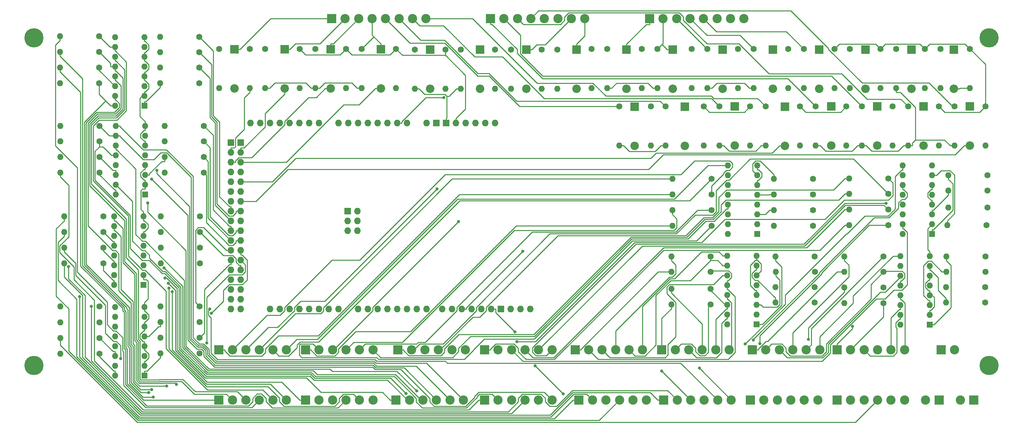
<source format=gbr>
%TF.GenerationSoftware,KiCad,Pcbnew,7.0.10*%
%TF.CreationDate,2024-02-14T14:15:43+07:00*%
%TF.ProjectId,Arduino_IO_Board,41726475-696e-46f5-9f49-4f5f426f6172,rev?*%
%TF.SameCoordinates,Original*%
%TF.FileFunction,Copper,L2,Bot*%
%TF.FilePolarity,Positive*%
%FSLAX46Y46*%
G04 Gerber Fmt 4.6, Leading zero omitted, Abs format (unit mm)*
G04 Created by KiCad (PCBNEW 7.0.10) date 2024-02-14 14:15:43*
%MOMM*%
%LPD*%
G01*
G04 APERTURE LIST*
%TA.AperFunction,ComponentPad*%
%ADD10R,2.200000X2.200000*%
%TD*%
%TA.AperFunction,ComponentPad*%
%ADD11O,2.200000X2.200000*%
%TD*%
%TA.AperFunction,ComponentPad*%
%ADD12C,1.600000*%
%TD*%
%TA.AperFunction,ComponentPad*%
%ADD13O,1.600000X1.600000*%
%TD*%
%TA.AperFunction,ComponentPad*%
%ADD14R,1.600000X1.600000*%
%TD*%
%TA.AperFunction,ComponentPad*%
%ADD15R,2.400000X2.400000*%
%TD*%
%TA.AperFunction,ComponentPad*%
%ADD16C,2.400000*%
%TD*%
%TA.AperFunction,ComponentPad*%
%ADD17O,1.727200X1.727200*%
%TD*%
%TA.AperFunction,ComponentPad*%
%ADD18R,1.727200X1.727200*%
%TD*%
%TA.AperFunction,ViaPad*%
%ADD19C,5.000000*%
%TD*%
%TA.AperFunction,ViaPad*%
%ADD20C,0.800000*%
%TD*%
%TA.AperFunction,Conductor*%
%ADD21C,0.250000*%
%TD*%
G04 APERTURE END LIST*
D10*
%TO.P,D7,1,K*%
%TO.N,Net-(D7-K)*%
X187838000Y-31074000D03*
D11*
%TO.P,D7,2,A*%
%TO.N,/A6*%
X187838000Y-41234000D03*
%TD*%
D12*
%TO.P,R73,1*%
%TO.N,/D22*%
X224260000Y-76785000D03*
D13*
%TO.P,R73,2*%
%TO.N,Net-(R73-Pad2)*%
X214100000Y-76785000D03*
%TD*%
D12*
%TO.P,R47,1*%
%TO.N,+5V*%
X78000000Y-30920000D03*
D13*
%TO.P,R47,2*%
%TO.N,/D53*%
X78000000Y-41080000D03*
%TD*%
D12*
%TO.P,R32,1*%
%TO.N,Net-(D16-K)*%
X224950000Y-45840000D03*
D13*
%TO.P,R32,2*%
%TO.N,GND1*%
X224950000Y-56000000D03*
%TD*%
D12*
%TO.P,R86,1*%
%TO.N,/D31*%
X65000000Y-105845000D03*
D13*
%TO.P,R86,2*%
%TO.N,Net-(R86-Pad2)*%
X54840000Y-105845000D03*
%TD*%
D12*
%TO.P,R56,1*%
%TO.N,Net-(J5-Pin_5)*%
X243800000Y-64485000D03*
D13*
%TO.P,R56,2*%
%TO.N,Net-(J5-Pin_4)*%
X233640000Y-64485000D03*
%TD*%
D12*
%TO.P,R49,1*%
%TO.N,/D2*%
X269560000Y-63635000D03*
D13*
%TO.P,R49,2*%
%TO.N,Net-(R49-Pad2)*%
X259400000Y-63635000D03*
%TD*%
D10*
%TO.P,D6,1,K*%
%TO.N,Net-(D6-K)*%
X200838000Y-31074000D03*
D11*
%TO.P,D6,2,A*%
%TO.N,/A5*%
X200838000Y-41234000D03*
%TD*%
D12*
%TO.P,R107,1*%
%TO.N,Net-(J17-Pin_2)*%
X39000000Y-54900000D03*
D13*
%TO.P,R107,2*%
%TO.N,Net-(J17-Pin_1)*%
X28840000Y-54900000D03*
%TD*%
D12*
%TO.P,R106,1*%
%TO.N,Net-(J16-Pin_5)*%
X39000000Y-58950000D03*
D13*
%TO.P,R106,2*%
%TO.N,Net-(J16-Pin_4)*%
X28840000Y-58950000D03*
%TD*%
D12*
%TO.P,R48,1*%
%TO.N,Net-(D24-K)*%
X70050000Y-30920000D03*
D13*
%TO.P,R48,2*%
%TO.N,GND1*%
X70050000Y-41080000D03*
%TD*%
D12*
%TO.P,R55,1*%
%TO.N,Net-(J5-Pin_2)*%
X243800000Y-68535000D03*
D13*
%TO.P,R55,2*%
%TO.N,Net-(J5-Pin_1)*%
X233640000Y-68535000D03*
%TD*%
D12*
%TO.P,R25,1*%
%TO.N,+5V*%
X269000000Y-45840000D03*
D13*
%TO.P,R25,2*%
%TO.N,/D42*%
X269000000Y-56000000D03*
%TD*%
D12*
%TO.P,R31,1*%
%TO.N,+5V*%
X232900000Y-45840000D03*
D13*
%TO.P,R31,2*%
%TO.N,/D45*%
X232900000Y-56000000D03*
%TD*%
D12*
%TO.P,R98,1*%
%TO.N,/D35*%
X66080000Y-58950000D03*
D13*
%TO.P,R98,2*%
%TO.N,Net-(R98-Pad2)*%
X55920000Y-58950000D03*
%TD*%
D14*
%TO.P,U4,1*%
%TO.N,Net-(R73-Pad2)*%
X209800000Y-78875000D03*
D13*
%TO.P,U4,2*%
%TO.N,GND*%
X209800000Y-76335000D03*
%TO.P,U4,3*%
%TO.N,Net-(R74-Pad2)*%
X209800000Y-73795000D03*
%TO.P,U4,4*%
%TO.N,GND*%
X209800000Y-71255000D03*
%TO.P,U4,5*%
%TO.N,Net-(R75-Pad2)*%
X209800000Y-68715000D03*
%TO.P,U4,6*%
%TO.N,GND*%
X209800000Y-66175000D03*
%TO.P,U4,7*%
%TO.N,Net-(R76-Pad2)*%
X209800000Y-63635000D03*
%TO.P,U4,8*%
%TO.N,GND*%
X209800000Y-61095000D03*
%TO.P,U4,9*%
%TO.N,Net-(J11-Pin_6)*%
X202180000Y-61095000D03*
%TO.P,U4,10*%
%TO.N,Net-(J11-Pin_5)*%
X202180000Y-63635000D03*
%TO.P,U4,11*%
%TO.N,Net-(J11-Pin_3)*%
X202180000Y-66175000D03*
%TO.P,U4,12*%
%TO.N,Net-(J11-Pin_2)*%
X202180000Y-68715000D03*
%TO.P,U4,13*%
%TO.N,Net-(J10-Pin_6)*%
X202180000Y-71255000D03*
%TO.P,U4,14*%
%TO.N,Net-(J10-Pin_5)*%
X202180000Y-73795000D03*
%TO.P,U4,15*%
%TO.N,Net-(J10-Pin_3)*%
X202180000Y-76335000D03*
%TO.P,U4,16*%
%TO.N,Net-(J10-Pin_2)*%
X202180000Y-78875000D03*
%TD*%
D12*
%TO.P,R90,1*%
%TO.N,Net-(J12-Pin_5)*%
X40000000Y-82465000D03*
D13*
%TO.P,R90,2*%
%TO.N,Net-(J12-Pin_4)*%
X29840000Y-82465000D03*
%TD*%
D12*
%TO.P,R80,1*%
%TO.N,Net-(J11-Pin_5)*%
X197880000Y-64635000D03*
D13*
%TO.P,R80,2*%
%TO.N,Net-(J11-Pin_4)*%
X187720000Y-64635000D03*
%TD*%
D15*
%TO.P,J8,1,Pin_1*%
%TO.N,Net-(J8-Pin_1)*%
X230500000Y-109000000D03*
D16*
%TO.P,J8,2,Pin_2*%
%TO.N,Net-(J8-Pin_2)*%
X234000000Y-109000000D03*
%TO.P,J8,3,Pin_3*%
%TO.N,Net-(J8-Pin_3)*%
X237500000Y-109000000D03*
%TO.P,J8,4,Pin_4*%
%TO.N,Net-(J8-Pin_4)*%
X241000000Y-109000000D03*
%TO.P,J8,5,Pin_5*%
%TO.N,Net-(J8-Pin_5)*%
X244500000Y-109000000D03*
%TO.P,J8,6,Pin_6*%
%TO.N,Net-(J8-Pin_6)*%
X248000000Y-109000000D03*
%TD*%
D12*
%TO.P,R87,1*%
%TO.N,/D32*%
X65000000Y-101795000D03*
D13*
%TO.P,R87,2*%
%TO.N,Net-(R87-Pad2)*%
X54840000Y-101795000D03*
%TD*%
D12*
%TO.P,R108,1*%
%TO.N,Net-(J17-Pin_5)*%
X39000000Y-50850000D03*
D13*
%TO.P,R108,2*%
%TO.N,Net-(J17-Pin_4)*%
X28840000Y-50850000D03*
%TD*%
D12*
%TO.P,R40,1*%
%TO.N,Net-(D20-K)*%
X173950000Y-45840000D03*
D13*
%TO.P,R40,2*%
%TO.N,GND1*%
X173950000Y-56000000D03*
%TD*%
D15*
%TO.P,J19,1,Pin_1*%
%TO.N,Net-(J19-Pin_1)*%
X70000000Y-122000000D03*
D16*
%TO.P,J19,2,Pin_2*%
%TO.N,Net-(J19-Pin_2)*%
X73500000Y-122000000D03*
%TO.P,J19,3,Pin_3*%
%TO.N,Net-(J19-Pin_3)*%
X77000000Y-122000000D03*
%TO.P,J19,4,Pin_4*%
%TO.N,Net-(J19-Pin_4)*%
X80500000Y-122000000D03*
%TO.P,J19,5,Pin_5*%
%TO.N,Net-(J19-Pin_5)*%
X84000000Y-122000000D03*
%TO.P,J19,6,Pin_6*%
%TO.N,Net-(J19-Pin_6)*%
X87500000Y-122000000D03*
%TD*%
D10*
%TO.P,D9,1,K*%
%TO.N,Net-(D9-K)*%
X162838000Y-31074000D03*
D11*
%TO.P,D9,2,A*%
%TO.N,/A8*%
X162838000Y-41234000D03*
%TD*%
D12*
%TO.P,R72,1*%
%TO.N,Net-(J9-Pin_5)*%
X242560000Y-84715000D03*
D13*
%TO.P,R72,2*%
%TO.N,Net-(J9-Pin_4)*%
X232400000Y-84715000D03*
%TD*%
D12*
%TO.P,R54,1*%
%TO.N,Net-(J4-Pin_5)*%
X243800000Y-72585000D03*
D13*
%TO.P,R54,2*%
%TO.N,Net-(J4-Pin_4)*%
X233640000Y-72585000D03*
%TD*%
D15*
%TO.P,J22,1,Pin_1*%
%TO.N,Net-(A1-D21{slash}SCL)*%
X257500000Y-109000000D03*
D16*
%TO.P,J22,2,Pin_2*%
%TO.N,Net-(A1-D20{slash}SDA)*%
X261000000Y-109000000D03*
%TD*%
D12*
%TO.P,R24,1*%
%TO.N,Net-(D12-K)*%
X120838000Y-31074000D03*
D13*
%TO.P,R24,2*%
%TO.N,GND1*%
X120838000Y-41234000D03*
%TD*%
D12*
%TO.P,R6,1*%
%TO.N,Net-(D3-K)*%
X233838000Y-30920000D03*
D13*
%TO.P,R6,2*%
%TO.N,GND1*%
X233838000Y-41080000D03*
%TD*%
D12*
%TO.P,R11,1*%
%TO.N,+5V*%
X204788000Y-30920000D03*
D13*
%TO.P,R11,2*%
%TO.N,/A5*%
X204788000Y-41080000D03*
%TD*%
D12*
%TO.P,R3,1*%
%TO.N,+5V*%
X253288000Y-30920000D03*
D13*
%TO.P,R3,2*%
%TO.N,/A1*%
X253288000Y-41080000D03*
%TD*%
D12*
%TO.P,R35,1*%
%TO.N,+5V*%
X207900000Y-45840000D03*
D13*
%TO.P,R35,2*%
%TO.N,/D47*%
X207900000Y-56000000D03*
%TD*%
D12*
%TO.P,R103,1*%
%TO.N,/D40*%
X64920000Y-31770000D03*
D13*
%TO.P,R103,2*%
%TO.N,Net-(R103-Pad2)*%
X54760000Y-31770000D03*
%TD*%
D12*
%TO.P,R51,1*%
%TO.N,/D4*%
X269560000Y-72075000D03*
D13*
%TO.P,R51,2*%
%TO.N,Net-(R51-Pad2)*%
X259400000Y-72075000D03*
%TD*%
D12*
%TO.P,R74,1*%
%TO.N,/D23*%
X224260000Y-72735000D03*
D13*
%TO.P,R74,2*%
%TO.N,Net-(R74-Pad2)*%
X214100000Y-72735000D03*
%TD*%
D15*
%TO.P,J21,1,Pin_1*%
%TO.N,Net-(A1-D16{slash}TX2)*%
X266000000Y-122000000D03*
D16*
%TO.P,J21,2,Pin_2*%
%TO.N,Net-(A1-D17{slash}RX2)*%
X262500000Y-122000000D03*
%TD*%
D15*
%TO.P,J13,1,Pin_1*%
%TO.N,Net-(J13-Pin_1)*%
X163500000Y-122000000D03*
D16*
%TO.P,J13,2,Pin_2*%
%TO.N,Net-(J13-Pin_2)*%
X167000000Y-122000000D03*
%TO.P,J13,3,Pin_3*%
%TO.N,Net-(J13-Pin_3)*%
X170500000Y-122000000D03*
%TO.P,J13,4,Pin_4*%
%TO.N,Net-(J13-Pin_4)*%
X174000000Y-122000000D03*
%TO.P,J13,5,Pin_5*%
%TO.N,Net-(J13-Pin_5)*%
X177500000Y-122000000D03*
%TO.P,J13,6,Pin_6*%
%TO.N,Net-(J13-Pin_6)*%
X181000000Y-122000000D03*
%TD*%
D10*
%TO.P,D19,1,K*%
%TO.N,Net-(D19-K)*%
X190950000Y-45920000D03*
D11*
%TO.P,D19,2,A*%
%TO.N,/D48*%
X190950000Y-56080000D03*
%TD*%
D10*
%TO.P,D4,1,K*%
%TO.N,Net-(D4-K)*%
X225838000Y-31074000D03*
D11*
%TO.P,D4,2,A*%
%TO.N,/A3*%
X225838000Y-41234000D03*
%TD*%
D12*
%TO.P,R50,1*%
%TO.N,/D3*%
X269560000Y-67635000D03*
D13*
%TO.P,R50,2*%
%TO.N,Net-(R50-Pad2)*%
X259400000Y-67635000D03*
%TD*%
D12*
%TO.P,R44,1*%
%TO.N,Net-(D22-K)*%
X95050000Y-30920000D03*
D13*
%TO.P,R44,2*%
%TO.N,GND1*%
X95050000Y-41080000D03*
%TD*%
D12*
%TO.P,R19,1*%
%TO.N,+5V*%
X153788000Y-31074000D03*
D13*
%TO.P,R19,2*%
%TO.N,/A9*%
X153788000Y-41234000D03*
%TD*%
D12*
%TO.P,R58,1*%
%TO.N,/D7*%
X224720000Y-88715000D03*
D13*
%TO.P,R58,2*%
%TO.N,Net-(R58-Pad2)*%
X214560000Y-88715000D03*
%TD*%
D15*
%TO.P,J5,1,Pin_1*%
%TO.N,Net-(J5-Pin_1)*%
X116500000Y-109000000D03*
D16*
%TO.P,J5,2,Pin_2*%
%TO.N,Net-(J5-Pin_2)*%
X120000000Y-109000000D03*
%TO.P,J5,3,Pin_3*%
%TO.N,Net-(J5-Pin_3)*%
X123500000Y-109000000D03*
%TO.P,J5,4,Pin_4*%
%TO.N,Net-(J5-Pin_4)*%
X127000000Y-109000000D03*
%TO.P,J5,5,Pin_5*%
%TO.N,Net-(J5-Pin_5)*%
X130500000Y-109000000D03*
%TO.P,J5,6,Pin_6*%
%TO.N,Net-(J5-Pin_6)*%
X134000000Y-109000000D03*
%TD*%
D12*
%TO.P,R76,1*%
%TO.N,/D25*%
X224260000Y-64635000D03*
D13*
%TO.P,R76,2*%
%TO.N,Net-(R76-Pad2)*%
X214100000Y-64635000D03*
%TD*%
D12*
%TO.P,R42,1*%
%TO.N,Net-(D21-K)*%
X107050000Y-30920000D03*
D13*
%TO.P,R42,2*%
%TO.N,GND1*%
X107050000Y-41080000D03*
%TD*%
D10*
%TO.P,D21,1,K*%
%TO.N,Net-(D21-K)*%
X112050000Y-31000000D03*
D11*
%TO.P,D21,2,A*%
%TO.N,/D50*%
X112050000Y-41160000D03*
%TD*%
D10*
%TO.P,D3,1,K*%
%TO.N,Net-(D3-K)*%
X237838000Y-31074000D03*
D11*
%TO.P,D3,2,A*%
%TO.N,/A2*%
X237838000Y-41234000D03*
%TD*%
D10*
%TO.P,D12,1,K*%
%TO.N,Net-(D12-K)*%
X124838000Y-31074000D03*
D11*
%TO.P,D12,2,A*%
%TO.N,/A11*%
X124838000Y-41234000D03*
%TD*%
D15*
%TO.P,J4,1,Pin_1*%
%TO.N,Net-(J4-Pin_1)*%
X139000000Y-109000000D03*
D16*
%TO.P,J4,2,Pin_2*%
%TO.N,Net-(J4-Pin_2)*%
X142500000Y-109000000D03*
%TO.P,J4,3,Pin_3*%
%TO.N,Net-(J4-Pin_3)*%
X146000000Y-109000000D03*
%TO.P,J4,4,Pin_4*%
%TO.N,Net-(J4-Pin_4)*%
X149500000Y-109000000D03*
%TO.P,J4,5,Pin_5*%
%TO.N,Net-(J4-Pin_5)*%
X153000000Y-109000000D03*
%TO.P,J4,6,Pin_6*%
%TO.N,Net-(J4-Pin_6)*%
X156500000Y-109000000D03*
%TD*%
D12*
%TO.P,R46,1*%
%TO.N,Net-(D23-K)*%
X82050000Y-30920000D03*
D13*
%TO.P,R46,2*%
%TO.N,GND1*%
X82050000Y-41080000D03*
%TD*%
D10*
%TO.P,D22,1,K*%
%TO.N,Net-(D22-K)*%
X99050000Y-31000000D03*
D11*
%TO.P,D22,2,A*%
%TO.N,/D51*%
X99050000Y-41160000D03*
%TD*%
D12*
%TO.P,R96,1*%
%TO.N,Net-(J15-Pin_5)*%
X39000000Y-97745000D03*
D13*
%TO.P,R96,2*%
%TO.N,Net-(J15-Pin_4)*%
X28840000Y-97745000D03*
%TD*%
D12*
%TO.P,R89,1*%
%TO.N,Net-(J12-Pin_2)*%
X40000000Y-86515000D03*
D13*
%TO.P,R89,2*%
%TO.N,Net-(J12-Pin_1)*%
X29840000Y-86515000D03*
%TD*%
D12*
%TO.P,R71,1*%
%TO.N,Net-(J9-Pin_2)*%
X242560000Y-88765000D03*
D13*
%TO.P,R71,2*%
%TO.N,Net-(J9-Pin_1)*%
X232400000Y-88765000D03*
%TD*%
D15*
%TO.P,J3,1,Pin_1*%
%TO.N,Net-(D24-K)*%
X99272000Y-23000000D03*
D16*
%TO.P,J3,2,Pin_2*%
%TO.N,Net-(D23-K)*%
X102772000Y-23000000D03*
%TO.P,J3,3,Pin_3*%
%TO.N,Net-(D22-K)*%
X106272000Y-23000000D03*
%TO.P,J3,4,Pin_4*%
%TO.N,Net-(D21-K)*%
X109772000Y-23000000D03*
%TO.P,J3,5,Pin_5*%
%TO.N,Net-(D20-K)*%
X113272000Y-23000000D03*
%TO.P,J3,6,Pin_6*%
%TO.N,Net-(D19-K)*%
X116772000Y-23000000D03*
%TO.P,J3,7,Pin_7*%
%TO.N,Net-(D18-K)*%
X120272000Y-23000000D03*
%TO.P,J3,8,Pin_8*%
%TO.N,Net-(D17-K)*%
X123772000Y-23000000D03*
%TD*%
D12*
%TO.P,R14,1*%
%TO.N,Net-(D7-K)*%
X183838000Y-30920000D03*
D13*
%TO.P,R14,2*%
%TO.N,GND1*%
X183838000Y-41080000D03*
%TD*%
D15*
%TO.P,J12,1,Pin_1*%
%TO.N,Net-(J12-Pin_1)*%
X185500000Y-122000000D03*
D16*
%TO.P,J12,2,Pin_2*%
%TO.N,Net-(J12-Pin_2)*%
X189000000Y-122000000D03*
%TO.P,J12,3,Pin_3*%
%TO.N,Net-(J12-Pin_3)*%
X192500000Y-122000000D03*
%TO.P,J12,4,Pin_4*%
%TO.N,Net-(J12-Pin_4)*%
X196000000Y-122000000D03*
%TO.P,J12,5,Pin_5*%
%TO.N,Net-(J12-Pin_5)*%
X199500000Y-122000000D03*
%TO.P,J12,6,Pin_6*%
%TO.N,Net-(J12-Pin_6)*%
X203000000Y-122000000D03*
%TD*%
D17*
%TO.P,A1,*%
%TO.N,*%
X141687000Y-50140000D03*
%TO.P,A1,3V3,3.3V*%
%TO.N,unconnected-(A1-3.3V-Pad3V3)*%
X134067000Y-50140000D03*
%TO.P,A1,5V1,5V*%
%TO.N,+5V*%
X131527000Y-50140000D03*
%TO.P,A1,5V2,SPI_5V*%
%TO.N,unconnected-(A1-SPI_5V-Pad5V2)*%
X103460000Y-78080000D03*
%TO.P,A1,5V3,5V*%
%TO.N,unconnected-(A1-5V-Pad5V3)*%
X75647000Y-98400000D03*
%TO.P,A1,5V4,5V*%
%TO.N,unconnected-(A1-5V-Pad5V4)*%
X73107000Y-98400000D03*
%TO.P,A1,A0,A0*%
%TO.N,/A0*%
X118827000Y-50140000D03*
%TO.P,A1,A1,A1*%
%TO.N,/A1*%
X116287000Y-50140000D03*
%TO.P,A1,A2,A2*%
%TO.N,/A2*%
X113747000Y-50140000D03*
%TO.P,A1,A3,A3*%
%TO.N,/A3*%
X111207000Y-50140000D03*
%TO.P,A1,A4,A4*%
%TO.N,/A4*%
X108667000Y-50140000D03*
%TO.P,A1,A5,A5*%
%TO.N,/A5*%
X106127000Y-50140000D03*
%TO.P,A1,A6,A6*%
%TO.N,/A6*%
X103587000Y-50140000D03*
%TO.P,A1,A7,A7*%
%TO.N,/A7*%
X101047000Y-50140000D03*
%TO.P,A1,A8,A8*%
%TO.N,/A8*%
X95967000Y-50140000D03*
%TO.P,A1,A9,A9*%
%TO.N,/A9*%
X93427000Y-50140000D03*
%TO.P,A1,A10,A10*%
%TO.N,/A10*%
X90887000Y-50140000D03*
%TO.P,A1,A11,A11*%
%TO.N,/A11*%
X88347000Y-50140000D03*
%TO.P,A1,A12,A12*%
%TO.N,unconnected-(A1-PadA12)*%
X85807000Y-50140000D03*
%TO.P,A1,A13,A13*%
%TO.N,unconnected-(A1-PadA13)*%
X83267000Y-50140000D03*
%TO.P,A1,A14,A14*%
%TO.N,unconnected-(A1-PadA14)*%
X80727000Y-50140000D03*
%TO.P,A1,A15,A15*%
%TO.N,unconnected-(A1-PadA15)*%
X78187000Y-50140000D03*
%TO.P,A1,AREF,AREF*%
%TO.N,unconnected-(A1-PadAREF)*%
X145751000Y-98400000D03*
%TO.P,A1,D0,D0/RX0*%
%TO.N,unconnected-(A1-D0{slash}RX0-PadD0)*%
X106127000Y-98400000D03*
%TO.P,A1,D1,D1/TX0*%
%TO.N,unconnected-(A1-D1{slash}TX0-PadD1)*%
X108667000Y-98400000D03*
%TO.P,A1,D2,D2_INT0*%
%TO.N,/D2*%
X111207000Y-98400000D03*
%TO.P,A1,D3,D3_INT1*%
%TO.N,/D3*%
X113747000Y-98400000D03*
%TO.P,A1,D4,D4*%
%TO.N,/D4*%
X116287000Y-98400000D03*
%TO.P,A1,D5,D5*%
%TO.N,/D5*%
X118827000Y-98400000D03*
%TO.P,A1,D6,D6*%
%TO.N,/D6*%
X121367000Y-98400000D03*
%TO.P,A1,D7,D7*%
%TO.N,/D7*%
X123907000Y-98400000D03*
%TO.P,A1,D8,D8*%
%TO.N,/D8*%
X127971000Y-98400000D03*
%TO.P,A1,D9,D9*%
%TO.N,/D9*%
X130511000Y-98400000D03*
%TO.P,A1,D10,D10*%
%TO.N,/D10*%
X133051000Y-98400000D03*
%TO.P,A1,D11,D11*%
%TO.N,/D11*%
X135591000Y-98400000D03*
%TO.P,A1,D12,D12*%
%TO.N,/D12*%
X138131000Y-98400000D03*
%TO.P,A1,D13,D13*%
%TO.N,/D13*%
X140671000Y-98400000D03*
%TO.P,A1,D14,D14/TX3*%
%TO.N,unconnected-(A1-D14{slash}TX3-PadD14)*%
X101047000Y-98400000D03*
%TO.P,A1,D15,D15/RX3*%
%TO.N,unconnected-(A1-D15{slash}RX3-PadD15)*%
X98507000Y-98400000D03*
%TO.P,A1,D16,D16/TX2*%
%TO.N,Net-(A1-D16{slash}TX2)*%
X95967000Y-98400000D03*
%TO.P,A1,D17,D17/RX2*%
%TO.N,Net-(A1-D17{slash}RX2)*%
X93427000Y-98400000D03*
%TO.P,A1,D18,D18/TX1*%
%TO.N,Net-(A1-D18{slash}TX1)*%
X90887000Y-98400000D03*
%TO.P,A1,D19,D19/RX1*%
%TO.N,Net-(A1-D19{slash}RX1)*%
X88347000Y-98400000D03*
%TO.P,A1,D20,D20/SDA*%
%TO.N,Net-(A1-D20{slash}SDA)*%
X85807000Y-98400000D03*
%TO.P,A1,D21,D21/SCL*%
%TO.N,Net-(A1-D21{slash}SCL)*%
X83267000Y-98400000D03*
%TO.P,A1,D22,D22*%
%TO.N,/D22*%
X75647000Y-95860000D03*
%TO.P,A1,D23,D23*%
%TO.N,/D23*%
X73107000Y-95860000D03*
%TO.P,A1,D24,D24*%
%TO.N,/D24*%
X75647000Y-93320000D03*
%TO.P,A1,D25,D25*%
%TO.N,/D25*%
X73107000Y-93320000D03*
%TO.P,A1,D26,D26*%
%TO.N,/D26*%
X75647000Y-90780000D03*
%TO.P,A1,D27,D27*%
%TO.N,/D27*%
X73107000Y-90780000D03*
%TO.P,A1,D28,D28*%
%TO.N,/D28*%
X75647000Y-88240000D03*
%TO.P,A1,D29,D29*%
%TO.N,/D29*%
X73107000Y-88240000D03*
%TO.P,A1,D30,D30*%
%TO.N,/D30*%
X75647000Y-85700000D03*
%TO.P,A1,D31,D31*%
%TO.N,/D31*%
X73107000Y-85700000D03*
%TO.P,A1,D32,D32*%
%TO.N,/D32*%
X75647000Y-83160000D03*
%TO.P,A1,D33,D33*%
%TO.N,/D33*%
X73107000Y-83160000D03*
%TO.P,A1,D34,D34*%
%TO.N,/D34*%
X75647000Y-80620000D03*
%TO.P,A1,D35,D35*%
%TO.N,/D35*%
X73107000Y-80620000D03*
%TO.P,A1,D36,D36*%
%TO.N,/D36*%
X75647000Y-78080000D03*
%TO.P,A1,D37,D37*%
%TO.N,/D37*%
X73107000Y-78080000D03*
%TO.P,A1,D38,D38*%
%TO.N,/D38*%
X75647000Y-75540000D03*
%TO.P,A1,D39,D39*%
%TO.N,/D39*%
X73107000Y-75540000D03*
%TO.P,A1,D40,D40*%
%TO.N,/D40*%
X75647000Y-73000000D03*
%TO.P,A1,D41,D41*%
%TO.N,/D41*%
X73107000Y-73000000D03*
%TO.P,A1,D42,D42*%
%TO.N,/D42*%
X75647000Y-70460000D03*
%TO.P,A1,D43,D43*%
%TO.N,/D43*%
X73107000Y-70460000D03*
%TO.P,A1,D44,D44*%
%TO.N,/D44*%
X75647000Y-67920000D03*
%TO.P,A1,D45,D45*%
%TO.N,/D45*%
X73107000Y-67920000D03*
%TO.P,A1,D46,D46*%
%TO.N,/D46*%
X75647000Y-65380000D03*
%TO.P,A1,D47,D47*%
%TO.N,/D47*%
X73107000Y-65380000D03*
%TO.P,A1,D48,D48*%
%TO.N,/D48*%
X75647000Y-62840000D03*
%TO.P,A1,D49,D49*%
%TO.N,/D49*%
X73107000Y-62840000D03*
%TO.P,A1,D50,D50_MISO*%
%TO.N,/D50*%
X75647000Y-60300000D03*
%TO.P,A1,D51,D51_MOSI*%
%TO.N,/D51*%
X73107000Y-60300000D03*
%TO.P,A1,D52,D52_SCK*%
%TO.N,/D52*%
X75647000Y-57760000D03*
%TO.P,A1,D53,D53_CS*%
%TO.N,/D53*%
X73107000Y-57760000D03*
D18*
%TO.P,A1,GND1,GND*%
%TO.N,GND*%
X143211000Y-98400000D03*
%TO.P,A1,GND2,GND*%
%TO.N,GND1*%
X128987000Y-50140000D03*
%TO.P,A1,GND3,GND*%
%TO.N,unconnected-(A1-GND-PadGND3)*%
X126447000Y-50140000D03*
%TO.P,A1,GND4,SPI_GND*%
%TO.N,unconnected-(A1-SPI_GND-PadGND4)*%
X103460000Y-73000000D03*
%TO.P,A1,GND5,GND*%
%TO.N,unconnected-(A1-GND-PadGND5)*%
X75647000Y-55220000D03*
%TO.P,A1,GND6,GND*%
%TO.N,unconnected-(A1-GND-PadGND6)*%
X73107000Y-55220000D03*
D17*
%TO.P,A1,IORF,IOREF*%
%TO.N,unconnected-(A1-IOREF-PadIORF)*%
X139147000Y-50140000D03*
%TO.P,A1,MISO,SPI_MISO*%
%TO.N,unconnected-(A1-SPI_MISO-PadMISO)*%
X106000000Y-78080000D03*
%TO.P,A1,MOSI,SPI_MOSI*%
%TO.N,unconnected-(A1-SPI_MOSI-PadMOSI)*%
X103460000Y-75540000D03*
%TO.P,A1,RST1,RESET*%
%TO.N,unconnected-(A1-RESET-PadRST1)*%
X136607000Y-50140000D03*
%TO.P,A1,RST2,SPI_RESET*%
%TO.N,unconnected-(A1-SPI_RESET-PadRST2)*%
X106000000Y-73000000D03*
%TO.P,A1,SCK,SPI_SCK*%
%TO.N,unconnected-(A1-SPI_SCK-PadSCK)*%
X106000000Y-75540000D03*
%TO.P,A1,SCL,SCL*%
%TO.N,unconnected-(A1-PadSCL)*%
X150831000Y-98400000D03*
%TO.P,A1,SDA,SDA*%
%TO.N,unconnected-(A1-PadSDA)*%
X148291000Y-98400000D03*
%TO.P,A1,VIN,VIN*%
%TO.N,unconnected-(A1-PadVIN)*%
X123907000Y-50140000D03*
%TD*%
D12*
%TO.P,R100,1*%
%TO.N,/D37*%
X66080000Y-50850000D03*
D13*
%TO.P,R100,2*%
%TO.N,Net-(R100-Pad2)*%
X55920000Y-50850000D03*
%TD*%
D12*
%TO.P,R13,1*%
%TO.N,+5V*%
X192788000Y-30920000D03*
D13*
%TO.P,R13,2*%
%TO.N,/A6*%
X192788000Y-41080000D03*
%TD*%
D10*
%TO.P,D2,1,K*%
%TO.N,Net-(D2-K)*%
X249838000Y-31074000D03*
D11*
%TO.P,D2,2,A*%
%TO.N,/A1*%
X249838000Y-41234000D03*
%TD*%
D12*
%TO.P,R43,1*%
%TO.N,+5V*%
X103000000Y-30920000D03*
D13*
%TO.P,R43,2*%
%TO.N,/D51*%
X103000000Y-41080000D03*
%TD*%
D12*
%TO.P,R18,1*%
%TO.N,Net-(D9-K)*%
X157838000Y-31074000D03*
D13*
%TO.P,R18,2*%
%TO.N,GND1*%
X157838000Y-41234000D03*
%TD*%
D12*
%TO.P,R38,1*%
%TO.N,Net-(D19-K)*%
X185950000Y-45840000D03*
D13*
%TO.P,R38,2*%
%TO.N,GND1*%
X185950000Y-56000000D03*
%TD*%
D12*
%TO.P,R67,1*%
%TO.N,/D12*%
X268940000Y-92715000D03*
D13*
%TO.P,R67,2*%
%TO.N,Net-(R67-Pad2)*%
X258780000Y-92715000D03*
%TD*%
D12*
%TO.P,R75,1*%
%TO.N,/D24*%
X224260000Y-68685000D03*
D13*
%TO.P,R75,2*%
%TO.N,Net-(R75-Pad2)*%
X214100000Y-68685000D03*
%TD*%
D15*
%TO.P,J2,1,Pin_1*%
%TO.N,Net-(D16-K)*%
X140500000Y-23000000D03*
D16*
%TO.P,J2,2,Pin_2*%
%TO.N,Net-(D15-K)*%
X144000000Y-23000000D03*
%TO.P,J2,3,Pin_3*%
%TO.N,Net-(D14-K)*%
X147500000Y-23000000D03*
%TO.P,J2,4,Pin_4*%
%TO.N,Net-(D13-K)*%
X151000000Y-23000000D03*
%TO.P,J2,5,Pin_5*%
%TO.N,Net-(D12-K)*%
X154500000Y-23000000D03*
%TO.P,J2,6,Pin_6*%
%TO.N,Net-(D11-K)*%
X158000000Y-23000000D03*
%TO.P,J2,7,Pin_7*%
%TO.N,Net-(D10-K)*%
X161500000Y-23000000D03*
%TO.P,J2,8,Pin_8*%
%TO.N,Net-(D9-K)*%
X165000000Y-23000000D03*
%TD*%
D12*
%TO.P,R52,1*%
%TO.N,/D5*%
X269260000Y-76635000D03*
D13*
%TO.P,R52,2*%
%TO.N,Net-(R52-Pad2)*%
X259100000Y-76635000D03*
%TD*%
D12*
%TO.P,R37,1*%
%TO.N,+5V*%
X195900000Y-45840000D03*
D13*
%TO.P,R37,2*%
%TO.N,/D48*%
X195900000Y-56000000D03*
%TD*%
D12*
%TO.P,R84,1*%
%TO.N,/D29*%
X65080000Y-74365000D03*
D13*
%TO.P,R84,2*%
%TO.N,Net-(R84-Pad2)*%
X54920000Y-74365000D03*
%TD*%
D12*
%TO.P,R10,1*%
%TO.N,Net-(D5-K)*%
X208838000Y-30920000D03*
D13*
%TO.P,R10,2*%
%TO.N,GND1*%
X208838000Y-41080000D03*
%TD*%
D14*
%TO.P,U5,1*%
%TO.N,Net-(R81-Pad2)*%
X50460000Y-92145000D03*
D13*
%TO.P,U5,2*%
%TO.N,GND*%
X50460000Y-89605000D03*
%TO.P,U5,3*%
%TO.N,Net-(R82-Pad2)*%
X50460000Y-87065000D03*
%TO.P,U5,4*%
%TO.N,GND*%
X50460000Y-84525000D03*
%TO.P,U5,5*%
%TO.N,Net-(R83-Pad2)*%
X50460000Y-81985000D03*
%TO.P,U5,6*%
%TO.N,GND*%
X50460000Y-79445000D03*
%TO.P,U5,7*%
%TO.N,Net-(R84-Pad2)*%
X50460000Y-76905000D03*
%TO.P,U5,8*%
%TO.N,GND*%
X50460000Y-74365000D03*
%TO.P,U5,9*%
%TO.N,Net-(J13-Pin_6)*%
X42840000Y-74365000D03*
%TO.P,U5,10*%
%TO.N,Net-(J13-Pin_5)*%
X42840000Y-76905000D03*
%TO.P,U5,11*%
%TO.N,Net-(J13-Pin_3)*%
X42840000Y-79445000D03*
%TO.P,U5,12*%
%TO.N,Net-(J13-Pin_2)*%
X42840000Y-81985000D03*
%TO.P,U5,13*%
%TO.N,Net-(J12-Pin_6)*%
X42840000Y-84525000D03*
%TO.P,U5,14*%
%TO.N,Net-(J12-Pin_5)*%
X42840000Y-87065000D03*
%TO.P,U5,15*%
%TO.N,Net-(J12-Pin_3)*%
X42840000Y-89605000D03*
%TO.P,U5,16*%
%TO.N,Net-(J12-Pin_2)*%
X42840000Y-92145000D03*
%TD*%
D12*
%TO.P,R29,1*%
%TO.N,+5V*%
X244900000Y-45840000D03*
D13*
%TO.P,R29,2*%
%TO.N,/D44*%
X244900000Y-56000000D03*
%TD*%
D12*
%TO.P,R20,1*%
%TO.N,Net-(D10-K)*%
X145838000Y-31074000D03*
D13*
%TO.P,R20,2*%
%TO.N,GND1*%
X145838000Y-41234000D03*
%TD*%
D12*
%TO.P,R81,1*%
%TO.N,/D26*%
X65080000Y-86515000D03*
D13*
%TO.P,R81,2*%
%TO.N,Net-(R81-Pad2)*%
X54920000Y-86515000D03*
%TD*%
D15*
%TO.P,J9,1,Pin_1*%
%TO.N,Net-(J9-Pin_1)*%
X208500000Y-109000000D03*
D16*
%TO.P,J9,2,Pin_2*%
%TO.N,Net-(J9-Pin_2)*%
X212000000Y-109000000D03*
%TO.P,J9,3,Pin_3*%
%TO.N,Net-(J9-Pin_3)*%
X215500000Y-109000000D03*
%TO.P,J9,4,Pin_4*%
%TO.N,Net-(J9-Pin_4)*%
X219000000Y-109000000D03*
%TO.P,J9,5,Pin_5*%
%TO.N,Net-(J9-Pin_5)*%
X222500000Y-109000000D03*
%TO.P,J9,6,Pin_6*%
%TO.N,Net-(J9-Pin_6)*%
X226000000Y-109000000D03*
%TD*%
D12*
%TO.P,R34,1*%
%TO.N,Net-(D17-K)*%
X211950000Y-45840000D03*
D13*
%TO.P,R34,2*%
%TO.N,GND1*%
X211950000Y-56000000D03*
%TD*%
D12*
%TO.P,R85,1*%
%TO.N,/D30*%
X65000000Y-109895000D03*
D13*
%TO.P,R85,2*%
%TO.N,Net-(R85-Pad2)*%
X54840000Y-109895000D03*
%TD*%
D12*
%TO.P,R78,1*%
%TO.N,Net-(J10-Pin_5)*%
X197880000Y-72735000D03*
D13*
%TO.P,R78,2*%
%TO.N,Net-(J10-Pin_4)*%
X187720000Y-72735000D03*
%TD*%
D12*
%TO.P,R5,1*%
%TO.N,+5V*%
X241788000Y-30920000D03*
D13*
%TO.P,R5,2*%
%TO.N,/A2*%
X241788000Y-41080000D03*
%TD*%
D12*
%TO.P,R70,1*%
%TO.N,Net-(J8-Pin_5)*%
X242560000Y-92815000D03*
D13*
%TO.P,R70,2*%
%TO.N,Net-(J8-Pin_4)*%
X232400000Y-92815000D03*
%TD*%
D12*
%TO.P,R22,1*%
%TO.N,Net-(D11-K)*%
X132838000Y-31074000D03*
D13*
%TO.P,R22,2*%
%TO.N,GND1*%
X132838000Y-41234000D03*
%TD*%
D12*
%TO.P,R110,1*%
%TO.N,Net-(J18-Pin_5)*%
X38920000Y-35720000D03*
D13*
%TO.P,R110,2*%
%TO.N,Net-(J18-Pin_4)*%
X28760000Y-35720000D03*
%TD*%
D14*
%TO.P,U7,1*%
%TO.N,Net-(R97-Pad2)*%
X50840000Y-68630000D03*
D13*
%TO.P,U7,2*%
%TO.N,GND*%
X50840000Y-66090000D03*
%TO.P,U7,3*%
%TO.N,Net-(R98-Pad2)*%
X50840000Y-63550000D03*
%TO.P,U7,4*%
%TO.N,GND*%
X50840000Y-61010000D03*
%TO.P,U7,5*%
%TO.N,Net-(R99-Pad2)*%
X50840000Y-58470000D03*
%TO.P,U7,6*%
%TO.N,GND*%
X50840000Y-55930000D03*
%TO.P,U7,7*%
%TO.N,Net-(R100-Pad2)*%
X50840000Y-53390000D03*
%TO.P,U7,8*%
%TO.N,GND*%
X50840000Y-50850000D03*
%TO.P,U7,9*%
%TO.N,Net-(J17-Pin_6)*%
X43220000Y-50850000D03*
%TO.P,U7,10*%
%TO.N,Net-(J17-Pin_5)*%
X43220000Y-53390000D03*
%TO.P,U7,11*%
%TO.N,Net-(J17-Pin_3)*%
X43220000Y-55930000D03*
%TO.P,U7,12*%
%TO.N,Net-(J17-Pin_2)*%
X43220000Y-58470000D03*
%TO.P,U7,13*%
%TO.N,Net-(J16-Pin_6)*%
X43220000Y-61010000D03*
%TO.P,U7,14*%
%TO.N,Net-(J16-Pin_5)*%
X43220000Y-63550000D03*
%TO.P,U7,15*%
%TO.N,Net-(J16-Pin_3)*%
X43220000Y-66090000D03*
%TO.P,U7,16*%
%TO.N,Net-(J16-Pin_2)*%
X43220000Y-68630000D03*
%TD*%
D12*
%TO.P,R17,1*%
%TO.N,+5V*%
X166788000Y-30920000D03*
D13*
%TO.P,R17,2*%
%TO.N,/A8*%
X166788000Y-41080000D03*
%TD*%
D10*
%TO.P,D23,1,K*%
%TO.N,Net-(D23-K)*%
X87050000Y-31000000D03*
D11*
%TO.P,D23,2,A*%
%TO.N,/D52*%
X87050000Y-41160000D03*
%TD*%
D12*
%TO.P,R62,1*%
%TO.N,Net-(J6-Pin_5)*%
X197640000Y-93135000D03*
D13*
%TO.P,R62,2*%
%TO.N,Net-(J6-Pin_4)*%
X187480000Y-93135000D03*
%TD*%
D12*
%TO.P,R91,1*%
%TO.N,Net-(J13-Pin_2)*%
X40000000Y-78415000D03*
D13*
%TO.P,R91,2*%
%TO.N,Net-(J13-Pin_1)*%
X29840000Y-78415000D03*
%TD*%
D15*
%TO.P,J11,1,Pin_1*%
%TO.N,Net-(J11-Pin_1)*%
X70000000Y-109000000D03*
D16*
%TO.P,J11,2,Pin_2*%
%TO.N,Net-(J11-Pin_2)*%
X73500000Y-109000000D03*
%TO.P,J11,3,Pin_3*%
%TO.N,Net-(J11-Pin_3)*%
X77000000Y-109000000D03*
%TO.P,J11,4,Pin_4*%
%TO.N,Net-(J11-Pin_4)*%
X80500000Y-109000000D03*
%TO.P,J11,5,Pin_5*%
%TO.N,Net-(J11-Pin_5)*%
X84000000Y-109000000D03*
%TO.P,J11,6,Pin_6*%
%TO.N,Net-(J11-Pin_6)*%
X87500000Y-109000000D03*
%TD*%
D15*
%TO.P,J10,1,Pin_1*%
%TO.N,Net-(J10-Pin_1)*%
X92500000Y-109000000D03*
D16*
%TO.P,J10,2,Pin_2*%
%TO.N,Net-(J10-Pin_2)*%
X96000000Y-109000000D03*
%TO.P,J10,3,Pin_3*%
%TO.N,Net-(J10-Pin_3)*%
X99500000Y-109000000D03*
%TO.P,J10,4,Pin_4*%
%TO.N,Net-(J10-Pin_4)*%
X103000000Y-109000000D03*
%TO.P,J10,5,Pin_5*%
%TO.N,Net-(J10-Pin_5)*%
X106500000Y-109000000D03*
%TO.P,J10,6,Pin_6*%
%TO.N,Net-(J10-Pin_6)*%
X110000000Y-109000000D03*
%TD*%
D12*
%TO.P,R92,1*%
%TO.N,Net-(J13-Pin_5)*%
X40000000Y-74365000D03*
D13*
%TO.P,R92,2*%
%TO.N,Net-(J13-Pin_4)*%
X29840000Y-74365000D03*
%TD*%
D14*
%TO.P,U3,1*%
%TO.N,Net-(R65-Pad2)*%
X254560000Y-102415000D03*
D13*
%TO.P,U3,2*%
%TO.N,GND*%
X254560000Y-99875000D03*
%TO.P,U3,3*%
%TO.N,Net-(R66-Pad2)*%
X254560000Y-97335000D03*
%TO.P,U3,4*%
%TO.N,GND*%
X254560000Y-94795000D03*
%TO.P,U3,5*%
%TO.N,Net-(R67-Pad2)*%
X254560000Y-92255000D03*
%TO.P,U3,6*%
%TO.N,GND*%
X254560000Y-89715000D03*
%TO.P,U3,7*%
%TO.N,Net-(R68-Pad2)*%
X254560000Y-87175000D03*
%TO.P,U3,8*%
%TO.N,GND*%
X254560000Y-84635000D03*
%TO.P,U3,9*%
%TO.N,Net-(J9-Pin_6)*%
X246940000Y-84635000D03*
%TO.P,U3,10*%
%TO.N,Net-(J9-Pin_5)*%
X246940000Y-87175000D03*
%TO.P,U3,11*%
%TO.N,Net-(J9-Pin_3)*%
X246940000Y-89715000D03*
%TO.P,U3,12*%
%TO.N,Net-(J9-Pin_2)*%
X246940000Y-92255000D03*
%TO.P,U3,13*%
%TO.N,Net-(J8-Pin_6)*%
X246940000Y-94795000D03*
%TO.P,U3,14*%
%TO.N,Net-(J8-Pin_5)*%
X246940000Y-97335000D03*
%TO.P,U3,15*%
%TO.N,Net-(J8-Pin_3)*%
X246940000Y-99875000D03*
%TO.P,U3,16*%
%TO.N,Net-(J8-Pin_2)*%
X246940000Y-102415000D03*
%TD*%
D15*
%TO.P,J20,1,Pin_1*%
%TO.N,Net-(A1-D18{slash}TX1)*%
X257000000Y-122000000D03*
D16*
%TO.P,J20,2,Pin_2*%
%TO.N,Net-(A1-D19{slash}RX1)*%
X253500000Y-122000000D03*
%TD*%
D12*
%TO.P,R45,1*%
%TO.N,+5V*%
X91000000Y-30920000D03*
D13*
%TO.P,R45,2*%
%TO.N,/D52*%
X91000000Y-41080000D03*
%TD*%
D12*
%TO.P,R104,1*%
%TO.N,/D41*%
X64920000Y-27770000D03*
D13*
%TO.P,R104,2*%
%TO.N,Net-(R104-Pad2)*%
X54760000Y-27770000D03*
%TD*%
D14*
%TO.P,U2,1*%
%TO.N,Net-(R57-Pad2)*%
X209560000Y-102335000D03*
D13*
%TO.P,U2,2*%
%TO.N,GND*%
X209560000Y-99795000D03*
%TO.P,U2,3*%
%TO.N,Net-(R58-Pad2)*%
X209560000Y-97255000D03*
%TO.P,U2,4*%
%TO.N,GND*%
X209560000Y-94715000D03*
%TO.P,U2,5*%
%TO.N,Net-(R59-Pad2)*%
X209560000Y-92175000D03*
%TO.P,U2,6*%
%TO.N,GND*%
X209560000Y-89635000D03*
%TO.P,U2,7*%
%TO.N,Net-(R60-Pad2)*%
X209560000Y-87095000D03*
%TO.P,U2,8*%
%TO.N,GND*%
X209560000Y-84555000D03*
%TO.P,U2,9*%
%TO.N,Net-(J7-Pin_6)*%
X201940000Y-84555000D03*
%TO.P,U2,10*%
%TO.N,Net-(J7-Pin_5)*%
X201940000Y-87095000D03*
%TO.P,U2,11*%
%TO.N,Net-(J7-Pin_3)*%
X201940000Y-89635000D03*
%TO.P,U2,12*%
%TO.N,Net-(J7-Pin_2)*%
X201940000Y-92175000D03*
%TO.P,U2,13*%
%TO.N,Net-(J6-Pin_6)*%
X201940000Y-94715000D03*
%TO.P,U2,14*%
%TO.N,Net-(J6-Pin_5)*%
X201940000Y-97255000D03*
%TO.P,U2,15*%
%TO.N,Net-(J6-Pin_3)*%
X201940000Y-99795000D03*
%TO.P,U2,16*%
%TO.N,Net-(J6-Pin_2)*%
X201940000Y-102335000D03*
%TD*%
D12*
%TO.P,R41,1*%
%TO.N,+5V*%
X116000000Y-30920000D03*
D13*
%TO.P,R41,2*%
%TO.N,/D50*%
X116000000Y-41080000D03*
%TD*%
D10*
%TO.P,D1,1,K*%
%TO.N,Net-(D1-K)*%
X260838000Y-31074000D03*
D11*
%TO.P,D1,2,A*%
%TO.N,/A0*%
X260838000Y-41234000D03*
%TD*%
D12*
%TO.P,R83,1*%
%TO.N,/D28*%
X65080000Y-78415000D03*
D13*
%TO.P,R83,2*%
%TO.N,Net-(R83-Pad2)*%
X54920000Y-78415000D03*
%TD*%
D12*
%TO.P,R12,1*%
%TO.N,Net-(D6-K)*%
X196838000Y-30920000D03*
D13*
%TO.P,R12,2*%
%TO.N,GND1*%
X196838000Y-41080000D03*
%TD*%
D15*
%TO.P,J1,1,Pin_1*%
%TO.N,Net-(D8-K)*%
X181822000Y-23000000D03*
D16*
%TO.P,J1,2,Pin_2*%
%TO.N,Net-(D7-K)*%
X185322000Y-23000000D03*
%TO.P,J1,3,Pin_3*%
%TO.N,Net-(D6-K)*%
X188822000Y-23000000D03*
%TO.P,J1,4,Pin_4*%
%TO.N,Net-(D5-K)*%
X192322000Y-23000000D03*
%TO.P,J1,5,Pin_5*%
%TO.N,Net-(D4-K)*%
X195822000Y-23000000D03*
%TO.P,J1,6,Pin_6*%
%TO.N,Net-(D3-K)*%
X199322000Y-23000000D03*
%TO.P,J1,7,Pin_7*%
%TO.N,Net-(D2-K)*%
X202822000Y-23000000D03*
%TO.P,J1,8,Pin_8*%
%TO.N,Net-(D1-K)*%
X206322000Y-23000000D03*
%TD*%
D12*
%TO.P,R63,1*%
%TO.N,Net-(J7-Pin_2)*%
X197640000Y-88765000D03*
D13*
%TO.P,R63,2*%
%TO.N,Net-(J7-Pin_1)*%
X187480000Y-88765000D03*
%TD*%
D12*
%TO.P,R57,1*%
%TO.N,/D6*%
X224640000Y-84715000D03*
D13*
%TO.P,R57,2*%
%TO.N,Net-(R57-Pad2)*%
X214480000Y-84715000D03*
%TD*%
D12*
%TO.P,R94,1*%
%TO.N,Net-(J14-Pin_5)*%
X39000000Y-105895000D03*
D13*
%TO.P,R94,2*%
%TO.N,Net-(J14-Pin_4)*%
X28840000Y-105895000D03*
%TD*%
D14*
%TO.P,U6,1*%
%TO.N,Net-(R85-Pad2)*%
X50640000Y-115620000D03*
D13*
%TO.P,U6,2*%
%TO.N,GND*%
X50640000Y-113080000D03*
%TO.P,U6,3*%
%TO.N,Net-(R86-Pad2)*%
X50640000Y-110540000D03*
%TO.P,U6,4*%
%TO.N,GND*%
X50640000Y-108000000D03*
%TO.P,U6,5*%
%TO.N,Net-(R87-Pad2)*%
X50640000Y-105460000D03*
%TO.P,U6,6*%
%TO.N,GND*%
X50640000Y-102920000D03*
%TO.P,U6,7*%
%TO.N,Net-(R88-Pad2)*%
X50640000Y-100380000D03*
%TO.P,U6,8*%
%TO.N,GND*%
X50640000Y-97840000D03*
%TO.P,U6,9*%
%TO.N,Net-(J15-Pin_6)*%
X43020000Y-97840000D03*
%TO.P,U6,10*%
%TO.N,Net-(J15-Pin_5)*%
X43020000Y-100380000D03*
%TO.P,U6,11*%
%TO.N,Net-(J15-Pin_3)*%
X43020000Y-102920000D03*
%TO.P,U6,12*%
%TO.N,Net-(J15-Pin_2)*%
X43020000Y-105460000D03*
%TO.P,U6,13*%
%TO.N,Net-(J14-Pin_6)*%
X43020000Y-108000000D03*
%TO.P,U6,14*%
%TO.N,Net-(J14-Pin_5)*%
X43020000Y-110540000D03*
%TO.P,U6,15*%
%TO.N,Net-(J14-Pin_3)*%
X43020000Y-113080000D03*
%TO.P,U6,16*%
%TO.N,Net-(J14-Pin_2)*%
X43020000Y-115620000D03*
%TD*%
D12*
%TO.P,R2,1*%
%TO.N,Net-(D1-K)*%
X257338000Y-30920000D03*
D13*
%TO.P,R2,2*%
%TO.N,GND1*%
X257338000Y-41080000D03*
%TD*%
D14*
%TO.P,U1,1*%
%TO.N,Net-(R49-Pad2)*%
X255180000Y-78955000D03*
D13*
%TO.P,U1,2*%
%TO.N,GND*%
X255180000Y-76415000D03*
%TO.P,U1,3*%
%TO.N,Net-(R50-Pad2)*%
X255180000Y-73875000D03*
%TO.P,U1,4*%
%TO.N,GND*%
X255180000Y-71335000D03*
%TO.P,U1,5*%
%TO.N,Net-(R51-Pad2)*%
X255180000Y-68795000D03*
%TO.P,U1,6*%
%TO.N,GND*%
X255180000Y-66255000D03*
%TO.P,U1,7*%
%TO.N,Net-(R52-Pad2)*%
X255180000Y-63715000D03*
%TO.P,U1,8*%
%TO.N,GND*%
X255180000Y-61175000D03*
%TO.P,U1,9*%
%TO.N,Net-(J5-Pin_6)*%
X247560000Y-61175000D03*
%TO.P,U1,10*%
%TO.N,Net-(J5-Pin_5)*%
X247560000Y-63715000D03*
%TO.P,U1,11*%
%TO.N,Net-(J5-Pin_3)*%
X247560000Y-66255000D03*
%TO.P,U1,12*%
%TO.N,Net-(J5-Pin_2)*%
X247560000Y-68795000D03*
%TO.P,U1,13*%
%TO.N,Net-(J4-Pin_6)*%
X247560000Y-71335000D03*
%TO.P,U1,14*%
%TO.N,Net-(J4-Pin_5)*%
X247560000Y-73875000D03*
%TO.P,U1,15*%
%TO.N,Net-(J4-Pin_3)*%
X247560000Y-76415000D03*
%TO.P,U1,16*%
%TO.N,Net-(J4-Pin_2)*%
X247560000Y-78955000D03*
%TD*%
D15*
%TO.P,J7,1,Pin_1*%
%TO.N,Net-(J7-Pin_1)*%
X162500000Y-109000000D03*
D16*
%TO.P,J7,2,Pin_2*%
%TO.N,Net-(J7-Pin_2)*%
X166000000Y-109000000D03*
%TO.P,J7,3,Pin_3*%
%TO.N,Net-(J7-Pin_3)*%
X169500000Y-109000000D03*
%TO.P,J7,4,Pin_4*%
%TO.N,Net-(J7-Pin_4)*%
X173000000Y-109000000D03*
%TO.P,J7,5,Pin_5*%
%TO.N,Net-(J7-Pin_5)*%
X176500000Y-109000000D03*
%TO.P,J7,6,Pin_6*%
%TO.N,Net-(J7-Pin_6)*%
X180000000Y-109000000D03*
%TD*%
D12*
%TO.P,R33,1*%
%TO.N,+5V*%
X220900000Y-45840000D03*
D13*
%TO.P,R33,2*%
%TO.N,/D46*%
X220900000Y-56000000D03*
%TD*%
D15*
%TO.P,J16,1,Pin_1*%
%TO.N,Net-(J16-Pin_1)*%
X139000000Y-122000000D03*
D16*
%TO.P,J16,2,Pin_2*%
%TO.N,Net-(J16-Pin_2)*%
X142500000Y-122000000D03*
%TO.P,J16,3,Pin_3*%
%TO.N,Net-(J16-Pin_3)*%
X146000000Y-122000000D03*
%TO.P,J16,4,Pin_4*%
%TO.N,Net-(J16-Pin_4)*%
X149500000Y-122000000D03*
%TO.P,J16,5,Pin_5*%
%TO.N,Net-(J16-Pin_5)*%
X153000000Y-122000000D03*
%TO.P,J16,6,Pin_6*%
%TO.N,Net-(J16-Pin_6)*%
X156500000Y-122000000D03*
%TD*%
D12*
%TO.P,R64,1*%
%TO.N,Net-(J7-Pin_5)*%
X197640000Y-84715000D03*
D13*
%TO.P,R64,2*%
%TO.N,Net-(J7-Pin_4)*%
X187480000Y-84715000D03*
%TD*%
D12*
%TO.P,R66,1*%
%TO.N,/D11*%
X269020000Y-88715000D03*
D13*
%TO.P,R66,2*%
%TO.N,Net-(R66-Pad2)*%
X258860000Y-88715000D03*
%TD*%
D15*
%TO.P,J14,1,Pin_1*%
%TO.N,Net-(J14-Pin_1)*%
X230500000Y-122000000D03*
D16*
%TO.P,J14,2,Pin_2*%
%TO.N,Net-(J14-Pin_2)*%
X234000000Y-122000000D03*
%TO.P,J14,3,Pin_3*%
%TO.N,Net-(J14-Pin_3)*%
X237500000Y-122000000D03*
%TO.P,J14,4,Pin_4*%
%TO.N,Net-(J14-Pin_4)*%
X241000000Y-122000000D03*
%TO.P,J14,5,Pin_5*%
%TO.N,Net-(J14-Pin_5)*%
X244500000Y-122000000D03*
%TO.P,J14,6,Pin_6*%
%TO.N,Net-(J14-Pin_6)*%
X248000000Y-122000000D03*
%TD*%
D12*
%TO.P,R53,1*%
%TO.N,Net-(J4-Pin_2)*%
X243800000Y-76635000D03*
D13*
%TO.P,R53,2*%
%TO.N,Net-(J4-Pin_1)*%
X233640000Y-76635000D03*
%TD*%
D15*
%TO.P,J6,1,Pin_1*%
%TO.N,Net-(J6-Pin_1)*%
X185000000Y-109000000D03*
D16*
%TO.P,J6,2,Pin_2*%
%TO.N,Net-(J6-Pin_2)*%
X188500000Y-109000000D03*
%TO.P,J6,3,Pin_3*%
%TO.N,Net-(J6-Pin_3)*%
X192000000Y-109000000D03*
%TO.P,J6,4,Pin_4*%
%TO.N,Net-(J6-Pin_4)*%
X195500000Y-109000000D03*
%TO.P,J6,5,Pin_5*%
%TO.N,Net-(J6-Pin_5)*%
X199000000Y-109000000D03*
%TO.P,J6,6,Pin_6*%
%TO.N,Net-(J6-Pin_6)*%
X202500000Y-109000000D03*
%TD*%
D12*
%TO.P,R60,1*%
%TO.N,/D9*%
X224640000Y-96715000D03*
D13*
%TO.P,R60,2*%
%TO.N,Net-(R60-Pad2)*%
X214480000Y-96715000D03*
%TD*%
D10*
%TO.P,D14,1,K*%
%TO.N,Net-(D14-K)*%
X252950000Y-45840000D03*
D11*
%TO.P,D14,2,A*%
%TO.N,/D43*%
X252950000Y-56000000D03*
%TD*%
D12*
%TO.P,R23,1*%
%TO.N,+5V*%
X128788000Y-31074000D03*
D13*
%TO.P,R23,2*%
%TO.N,/A11*%
X128788000Y-41234000D03*
%TD*%
D12*
%TO.P,R65,1*%
%TO.N,/D10*%
X269020000Y-84715000D03*
D13*
%TO.P,R65,2*%
%TO.N,Net-(R65-Pad2)*%
X258860000Y-84715000D03*
%TD*%
D12*
%TO.P,R97,1*%
%TO.N,/D34*%
X66080000Y-63000000D03*
D13*
%TO.P,R97,2*%
%TO.N,Net-(R97-Pad2)*%
X55920000Y-63000000D03*
%TD*%
D12*
%TO.P,R39,1*%
%TO.N,+5V*%
X182150000Y-45840000D03*
D13*
%TO.P,R39,2*%
%TO.N,/D49*%
X182150000Y-56000000D03*
%TD*%
D12*
%TO.P,R69,1*%
%TO.N,Net-(J8-Pin_2)*%
X242560000Y-96865000D03*
D13*
%TO.P,R69,2*%
%TO.N,Net-(J8-Pin_1)*%
X232400000Y-96865000D03*
%TD*%
D12*
%TO.P,R30,1*%
%TO.N,Net-(D15-K)*%
X236950000Y-45840000D03*
D13*
%TO.P,R30,2*%
%TO.N,GND1*%
X236950000Y-56000000D03*
%TD*%
D12*
%TO.P,R112,1*%
%TO.N,Net-(J19-Pin_5)*%
X38920000Y-27620000D03*
D13*
%TO.P,R112,2*%
%TO.N,Net-(J19-Pin_4)*%
X28760000Y-27620000D03*
%TD*%
D12*
%TO.P,R109,1*%
%TO.N,Net-(J18-Pin_2)*%
X38920000Y-39770000D03*
D13*
%TO.P,R109,2*%
%TO.N,Net-(J18-Pin_1)*%
X28760000Y-39770000D03*
%TD*%
D10*
%TO.P,D10,1,K*%
%TO.N,Net-(D10-K)*%
X149838000Y-31074000D03*
D11*
%TO.P,D10,2,A*%
%TO.N,/A9*%
X149838000Y-41234000D03*
%TD*%
D12*
%TO.P,R88,1*%
%TO.N,/D33*%
X65000000Y-97745000D03*
D13*
%TO.P,R88,2*%
%TO.N,Net-(R88-Pad2)*%
X54840000Y-97745000D03*
%TD*%
D10*
%TO.P,D18,1,K*%
%TO.N,Net-(D18-K)*%
X203950000Y-45840000D03*
D11*
%TO.P,D18,2,A*%
%TO.N,/D47*%
X203950000Y-56000000D03*
%TD*%
D12*
%TO.P,R59,1*%
%TO.N,/D8*%
X224640000Y-92715000D03*
D13*
%TO.P,R59,2*%
%TO.N,Net-(R59-Pad2)*%
X214480000Y-92715000D03*
%TD*%
D10*
%TO.P,D5,1,K*%
%TO.N,Net-(D5-K)*%
X213838000Y-31074000D03*
D11*
%TO.P,D5,2,A*%
%TO.N,/A4*%
X213838000Y-41234000D03*
%TD*%
D10*
%TO.P,D24,1,K*%
%TO.N,Net-(D24-K)*%
X74050000Y-31000000D03*
D11*
%TO.P,D24,2,A*%
%TO.N,/D53*%
X74050000Y-41160000D03*
%TD*%
D12*
%TO.P,R7,1*%
%TO.N,+5V*%
X229838000Y-30920000D03*
D13*
%TO.P,R7,2*%
%TO.N,/A3*%
X229838000Y-41080000D03*
%TD*%
D12*
%TO.P,R9,1*%
%TO.N,+5V*%
X217788000Y-30920000D03*
D13*
%TO.P,R9,2*%
%TO.N,/A4*%
X217788000Y-41080000D03*
%TD*%
D12*
%TO.P,R21,1*%
%TO.N,+5V*%
X141668000Y-31074000D03*
D13*
%TO.P,R21,2*%
%TO.N,/A10*%
X141668000Y-41234000D03*
%TD*%
D12*
%TO.P,R36,1*%
%TO.N,Net-(D18-K)*%
X199950000Y-45840000D03*
D13*
%TO.P,R36,2*%
%TO.N,GND1*%
X199950000Y-56000000D03*
%TD*%
D12*
%TO.P,R105,1*%
%TO.N,Net-(J16-Pin_2)*%
X39000000Y-63000000D03*
D13*
%TO.P,R105,2*%
%TO.N,Net-(J16-Pin_1)*%
X28840000Y-63000000D03*
%TD*%
D15*
%TO.P,J18,1,Pin_1*%
%TO.N,Net-(J18-Pin_1)*%
X92500000Y-122000000D03*
D16*
%TO.P,J18,2,Pin_2*%
%TO.N,Net-(J18-Pin_2)*%
X96000000Y-122000000D03*
%TO.P,J18,3,Pin_3*%
%TO.N,Net-(J18-Pin_3)*%
X99500000Y-122000000D03*
%TO.P,J18,4,Pin_4*%
%TO.N,Net-(J18-Pin_4)*%
X103000000Y-122000000D03*
%TO.P,J18,5,Pin_5*%
%TO.N,Net-(J18-Pin_5)*%
X106500000Y-122000000D03*
%TO.P,J18,6,Pin_6*%
%TO.N,Net-(J18-Pin_6)*%
X110000000Y-122000000D03*
%TD*%
D10*
%TO.P,D8,1,K*%
%TO.N,Net-(D8-K)*%
X175838000Y-31074000D03*
D11*
%TO.P,D8,2,A*%
%TO.N,/A7*%
X175838000Y-41234000D03*
%TD*%
D12*
%TO.P,R111,1*%
%TO.N,Net-(J19-Pin_2)*%
X38920000Y-31670000D03*
D13*
%TO.P,R111,2*%
%TO.N,Net-(J19-Pin_1)*%
X28760000Y-31670000D03*
%TD*%
D12*
%TO.P,R8,1*%
%TO.N,Net-(D4-K)*%
X221838000Y-30920000D03*
D13*
%TO.P,R8,2*%
%TO.N,GND1*%
X221838000Y-41080000D03*
%TD*%
D12*
%TO.P,R99,1*%
%TO.N,/D36*%
X66080000Y-54900000D03*
D13*
%TO.P,R99,2*%
%TO.N,Net-(R99-Pad2)*%
X55920000Y-54900000D03*
%TD*%
D12*
%TO.P,R68,1*%
%TO.N,/D13*%
X268940000Y-96715000D03*
D13*
%TO.P,R68,2*%
%TO.N,Net-(R68-Pad2)*%
X258780000Y-96715000D03*
%TD*%
D10*
%TO.P,D16,1,K*%
%TO.N,Net-(D16-K)*%
X228950000Y-45840000D03*
D11*
%TO.P,D16,2,A*%
%TO.N,/D45*%
X228950000Y-56000000D03*
%TD*%
D10*
%TO.P,D20,1,K*%
%TO.N,Net-(D20-K)*%
X177950000Y-45920000D03*
D11*
%TO.P,D20,2,A*%
%TO.N,/D49*%
X177950000Y-56080000D03*
%TD*%
D12*
%TO.P,R102,1*%
%TO.N,/D39*%
X64920000Y-35770000D03*
D13*
%TO.P,R102,2*%
%TO.N,Net-(R102-Pad2)*%
X54760000Y-35770000D03*
%TD*%
D12*
%TO.P,R101,1*%
%TO.N,/D38*%
X64920000Y-39770000D03*
D13*
%TO.P,R101,2*%
%TO.N,Net-(R101-Pad2)*%
X54760000Y-39770000D03*
%TD*%
D12*
%TO.P,R82,1*%
%TO.N,/D27*%
X65080000Y-82465000D03*
D13*
%TO.P,R82,2*%
%TO.N,Net-(R82-Pad2)*%
X54920000Y-82465000D03*
%TD*%
D15*
%TO.P,J17,1,Pin_1*%
%TO.N,Net-(J17-Pin_1)*%
X116000000Y-122000000D03*
D16*
%TO.P,J17,2,Pin_2*%
%TO.N,Net-(J17-Pin_2)*%
X119500000Y-122000000D03*
%TO.P,J17,3,Pin_3*%
%TO.N,Net-(J17-Pin_3)*%
X123000000Y-122000000D03*
%TO.P,J17,4,Pin_4*%
%TO.N,Net-(J17-Pin_4)*%
X126500000Y-122000000D03*
%TO.P,J17,5,Pin_5*%
%TO.N,Net-(J17-Pin_5)*%
X130000000Y-122000000D03*
%TO.P,J17,6,Pin_6*%
%TO.N,Net-(J17-Pin_6)*%
X133500000Y-122000000D03*
%TD*%
D10*
%TO.P,D11,1,K*%
%TO.N,Net-(D11-K)*%
X137838000Y-31074000D03*
D11*
%TO.P,D11,2,A*%
%TO.N,/A10*%
X137838000Y-41234000D03*
%TD*%
D14*
%TO.P,U8,1*%
%TO.N,Net-(R101-Pad2)*%
X50640000Y-45645000D03*
D13*
%TO.P,U8,2*%
%TO.N,GND*%
X50640000Y-43105000D03*
%TO.P,U8,3*%
%TO.N,Net-(R102-Pad2)*%
X50640000Y-40565000D03*
%TO.P,U8,4*%
%TO.N,GND*%
X50640000Y-38025000D03*
%TO.P,U8,5*%
%TO.N,Net-(R103-Pad2)*%
X50640000Y-35485000D03*
%TO.P,U8,6*%
%TO.N,GND*%
X50640000Y-32945000D03*
%TO.P,U8,7*%
%TO.N,Net-(R104-Pad2)*%
X50640000Y-30405000D03*
%TO.P,U8,8*%
%TO.N,GND*%
X50640000Y-27865000D03*
%TO.P,U8,9*%
%TO.N,Net-(J19-Pin_6)*%
X43020000Y-27865000D03*
%TO.P,U8,10*%
%TO.N,Net-(J19-Pin_5)*%
X43020000Y-30405000D03*
%TO.P,U8,11*%
%TO.N,Net-(J19-Pin_3)*%
X43020000Y-32945000D03*
%TO.P,U8,12*%
%TO.N,Net-(J19-Pin_2)*%
X43020000Y-35485000D03*
%TO.P,U8,13*%
%TO.N,Net-(J18-Pin_6)*%
X43020000Y-38025000D03*
%TO.P,U8,14*%
%TO.N,Net-(J18-Pin_5)*%
X43020000Y-40565000D03*
%TO.P,U8,15*%
%TO.N,Net-(J18-Pin_3)*%
X43020000Y-43105000D03*
%TO.P,U8,16*%
%TO.N,Net-(J18-Pin_2)*%
X43020000Y-45645000D03*
%TD*%
D12*
%TO.P,R93,1*%
%TO.N,Net-(J14-Pin_2)*%
X39000000Y-109945000D03*
D13*
%TO.P,R93,2*%
%TO.N,Net-(J14-Pin_1)*%
X28840000Y-109945000D03*
%TD*%
D12*
%TO.P,R77,1*%
%TO.N,Net-(J10-Pin_2)*%
X197880000Y-76785000D03*
D13*
%TO.P,R77,2*%
%TO.N,Net-(J10-Pin_1)*%
X187720000Y-76785000D03*
%TD*%
D12*
%TO.P,R1,1*%
%TO.N,+5V*%
X265000000Y-30920000D03*
D13*
%TO.P,R1,2*%
%TO.N,/A0*%
X265000000Y-41080000D03*
%TD*%
D12*
%TO.P,R27,1*%
%TO.N,+5V*%
X256950000Y-45840000D03*
D13*
%TO.P,R27,2*%
%TO.N,/D43*%
X256950000Y-56000000D03*
%TD*%
D12*
%TO.P,R61,1*%
%TO.N,Net-(J6-Pin_2)*%
X197640000Y-97185000D03*
D13*
%TO.P,R61,2*%
%TO.N,Net-(J6-Pin_1)*%
X187480000Y-97185000D03*
%TD*%
D12*
%TO.P,R95,1*%
%TO.N,Net-(J15-Pin_2)*%
X39000000Y-101845000D03*
D13*
%TO.P,R95,2*%
%TO.N,Net-(J15-Pin_1)*%
X28840000Y-101845000D03*
%TD*%
D12*
%TO.P,R4,1*%
%TO.N,Net-(D2-K)*%
X245838000Y-30920000D03*
D13*
%TO.P,R4,2*%
%TO.N,GND1*%
X245838000Y-41080000D03*
%TD*%
D10*
%TO.P,D15,1,K*%
%TO.N,Net-(D15-K)*%
X240950000Y-45840000D03*
D11*
%TO.P,D15,2,A*%
%TO.N,/D44*%
X240950000Y-56000000D03*
%TD*%
D12*
%TO.P,R15,1*%
%TO.N,+5V*%
X179788000Y-30920000D03*
D13*
%TO.P,R15,2*%
%TO.N,/A7*%
X179788000Y-41080000D03*
%TD*%
D12*
%TO.P,R79,1*%
%TO.N,Net-(J11-Pin_2)*%
X197880000Y-68685000D03*
D13*
%TO.P,R79,2*%
%TO.N,Net-(J11-Pin_1)*%
X187720000Y-68685000D03*
%TD*%
D12*
%TO.P,R26,1*%
%TO.N,Net-(D13-K)*%
X261000000Y-45840000D03*
D13*
%TO.P,R26,2*%
%TO.N,GND1*%
X261000000Y-56000000D03*
%TD*%
D10*
%TO.P,D17,1,K*%
%TO.N,Net-(D17-K)*%
X216950000Y-45920000D03*
D11*
%TO.P,D17,2,A*%
%TO.N,/D46*%
X216950000Y-56080000D03*
%TD*%
D12*
%TO.P,R28,1*%
%TO.N,Net-(D14-K)*%
X248950000Y-45840000D03*
D13*
%TO.P,R28,2*%
%TO.N,GND1*%
X248950000Y-56000000D03*
%TD*%
D10*
%TO.P,D13,1,K*%
%TO.N,Net-(D13-K)*%
X265000000Y-45840000D03*
D11*
%TO.P,D13,2,A*%
%TO.N,/D42*%
X265000000Y-56000000D03*
%TD*%
D12*
%TO.P,R16,1*%
%TO.N,Net-(D8-K)*%
X170838000Y-30920000D03*
D13*
%TO.P,R16,2*%
%TO.N,GND1*%
X170838000Y-41080000D03*
%TD*%
D15*
%TO.P,J15,1,Pin_1*%
%TO.N,Net-(J15-Pin_1)*%
X208000000Y-122000000D03*
D16*
%TO.P,J15,2,Pin_2*%
%TO.N,Net-(J15-Pin_2)*%
X211500000Y-122000000D03*
%TO.P,J15,3,Pin_3*%
%TO.N,Net-(J15-Pin_3)*%
X215000000Y-122000000D03*
%TO.P,J15,4,Pin_4*%
%TO.N,Net-(J15-Pin_4)*%
X218500000Y-122000000D03*
%TO.P,J15,5,Pin_5*%
%TO.N,Net-(J15-Pin_5)*%
X222000000Y-122000000D03*
%TO.P,J15,6,Pin_6*%
%TO.N,Net-(J15-Pin_6)*%
X225500000Y-122000000D03*
%TD*%
D19*
%TO.N,*%
X270000000Y-28000000D03*
X270000000Y-113000000D03*
X22000000Y-113000000D03*
X22000000Y-28000000D03*
D20*
%TO.N,/A1*%
X128421300Y-43512700D03*
%TO.N,/D10*%
X148907000Y-83362500D03*
%TO.N,/D13*%
X146868100Y-104299500D03*
%TO.N,/D30*%
X66874400Y-107218900D03*
%TO.N,/D32*%
X68016400Y-99464300D03*
%TO.N,Net-(J4-Pin_2)*%
X210434100Y-107357200D03*
%TO.N,Net-(J5-Pin_3)*%
X208780900Y-106389000D03*
%TO.N,Net-(J8-Pin_1)*%
X234528900Y-102896700D03*
%TO.N,Net-(J10-Pin_3)*%
X132177200Y-75696000D03*
%TO.N,Net-(J11-Pin_3)*%
X126631600Y-67236400D03*
%TO.N,Net-(J12-Pin_2)*%
X36897000Y-97688300D03*
%TO.N,Net-(J12-Pin_3)*%
X184986700Y-114486700D03*
%TO.N,Net-(J13-Pin_2)*%
X33807600Y-95163800D03*
%TO.N,Net-(J13-Pin_3)*%
X159372800Y-120430700D03*
X152084800Y-113142700D03*
%TO.N,Net-(J16-Pin_2)*%
X55765800Y-87678200D03*
%TO.N,Net-(J16-Pin_3)*%
X118584700Y-120337400D03*
%TO.N,Net-(J17-Pin_1)*%
X56013100Y-90312100D03*
%TO.N,Net-(J18-Pin_1)*%
X56838300Y-91738800D03*
%TO.N,Net-(J18-Pin_2)*%
X52942900Y-121218400D03*
%TO.N,Net-(J18-Pin_3)*%
X51789900Y-120049200D03*
%TO.N,Net-(J4-Pin_6)*%
X243244500Y-70987500D03*
%TO.N,Net-(J5-Pin_5)*%
X147345500Y-106884000D03*
%TO.N,Net-(J5-Pin_6)*%
X206665000Y-107473100D03*
%TO.N,Net-(J8-Pin_4)*%
X223082300Y-106302500D03*
%TO.N,Net-(J12-Pin_4)*%
X44539900Y-111276600D03*
%TO.N,Net-(J12-Pin_5)*%
X67603600Y-98409300D03*
%TO.N,Net-(J12-Pin_6)*%
X194748000Y-113748000D03*
%TO.N,Net-(J13-Pin_5)*%
X56420100Y-118384500D03*
%TO.N,Net-(J13-Pin_6)*%
X59000100Y-117950200D03*
%TO.N,Net-(J16-Pin_4)*%
X30968200Y-87383000D03*
%TO.N,Net-(J16-Pin_5)*%
X121385400Y-119668400D03*
X51543700Y-70897100D03*
%TO.N,Net-(J16-Pin_6)*%
X52571200Y-64710700D03*
%TO.N,Net-(J17-Pin_4)*%
X53875000Y-62391800D03*
%TO.N,Net-(J18-Pin_5)*%
X56994400Y-92942800D03*
%TO.N,Net-(J18-Pin_6)*%
X52503800Y-119318800D03*
%TO.N,Net-(J19-Pin_6)*%
X57917900Y-93890800D03*
%TD*%
D21*
%TO.N,+5V*%
X254560900Y-29647100D02*
X263727100Y-29647100D01*
X258411800Y-47301800D02*
X256950000Y-45840000D01*
X269000000Y-34920000D02*
X269000000Y-45840000D01*
X133994500Y-37744800D02*
X128788000Y-32538300D01*
X231110900Y-29647100D02*
X240515100Y-29647100D01*
X263727100Y-29647100D02*
X265000000Y-30920000D01*
X253288000Y-30920000D02*
X254560900Y-29647100D01*
X220900000Y-45840000D02*
X222371500Y-47311500D01*
X133994500Y-46482000D02*
X133994500Y-37744800D01*
X117618300Y-32538300D02*
X116000000Y-30920000D01*
X116000000Y-30920000D02*
X114476600Y-32443400D01*
X206446300Y-47293700D02*
X197353700Y-47293700D01*
X231428500Y-47311500D02*
X232900000Y-45840000D01*
X265000000Y-30920000D02*
X269000000Y-34920000D01*
X229838000Y-30920000D02*
X231110900Y-29647100D01*
X207900000Y-45840000D02*
X206446300Y-47293700D01*
X267538200Y-47301800D02*
X258411800Y-47301800D01*
X252015100Y-29647100D02*
X253288000Y-30920000D01*
X114476600Y-32443400D02*
X104523400Y-32443400D01*
X128788000Y-32538300D02*
X117618300Y-32538300D01*
X222371500Y-47311500D02*
X231428500Y-47311500D01*
X197353700Y-47293700D02*
X195900000Y-45840000D01*
X240515100Y-29647100D02*
X241788000Y-30920000D01*
X269000000Y-45840000D02*
X267538200Y-47301800D01*
X104523400Y-32443400D02*
X103000000Y-30920000D01*
X103000000Y-30920000D02*
X101490900Y-32429100D01*
X241788000Y-30920000D02*
X243060900Y-29647100D01*
X243060900Y-29647100D02*
X252015100Y-29647100D01*
X92509100Y-32429100D02*
X91000000Y-30920000D01*
X131527000Y-48949500D02*
X133994500Y-46482000D01*
X128788000Y-32538300D02*
X128788000Y-31074000D01*
X101490900Y-32429100D02*
X92509100Y-32429100D01*
X131527000Y-50140000D02*
X131527000Y-48949500D01*
%TO.N,/A0*%
X262418900Y-41080000D02*
X262264900Y-41234000D01*
X265000000Y-41080000D02*
X262418900Y-41080000D01*
X260838000Y-41234000D02*
X262264900Y-41234000D01*
%TO.N,/A1*%
X116287000Y-50140000D02*
X117477500Y-50140000D01*
X117477500Y-49768000D02*
X123732800Y-43512700D01*
X123732800Y-43512700D02*
X128421300Y-43512700D01*
X117477500Y-50140000D02*
X117477500Y-49768000D01*
%TO.N,/D10*%
X134241500Y-98400000D02*
X134241500Y-98028000D01*
X134241500Y-98028000D02*
X148907000Y-83362500D01*
X133051000Y-98400000D02*
X134241500Y-98400000D01*
%TO.N,/D13*%
X140671000Y-98400000D02*
X141861500Y-98400000D01*
X141861500Y-99292900D02*
X146868100Y-104299500D01*
X141861500Y-98400000D02*
X141861500Y-99292900D01*
%TO.N,/D28*%
X75647000Y-88240000D02*
X75647000Y-87049500D01*
X73647800Y-84502900D02*
X71167900Y-84502900D01*
X74456500Y-86231100D02*
X74456500Y-85311600D01*
X75647000Y-87049500D02*
X75274900Y-87049500D01*
X75274900Y-87049500D02*
X74456500Y-86231100D01*
X71167900Y-84502900D02*
X65080000Y-78415000D01*
X74456500Y-85311600D02*
X73647800Y-84502900D01*
%TO.N,/D30*%
X75647000Y-85700000D02*
X76866300Y-86919300D01*
X66837600Y-95344700D02*
X66837600Y-107182100D01*
X76866300Y-86919300D02*
X76866300Y-88715700D01*
X76072000Y-89510000D02*
X72672300Y-89510000D01*
X76866300Y-88715700D02*
X76072000Y-89510000D01*
X72672300Y-89510000D02*
X66837600Y-95344700D01*
X66837600Y-107182100D02*
X66874400Y-107218900D01*
%TO.N,/D31*%
X73107000Y-86890500D02*
X72735000Y-86890500D01*
X72735000Y-86890500D02*
X66294300Y-93331200D01*
X73107000Y-85700000D02*
X73107000Y-86890500D01*
X66294300Y-104550700D02*
X65000000Y-105845000D01*
X66294300Y-93331200D02*
X66294300Y-104550700D01*
%TO.N,/D32*%
X76019000Y-84350500D02*
X77332200Y-85663700D01*
X77332200Y-85663700D02*
X77332200Y-90823200D01*
X71143600Y-96337100D02*
X68016400Y-99464300D01*
X76105400Y-92050000D02*
X72690100Y-92050000D01*
X77332200Y-90823200D02*
X76105400Y-92050000D01*
X75647000Y-84350500D02*
X76019000Y-84350500D01*
X72690100Y-92050000D02*
X71143600Y-93596500D01*
X75647000Y-83160000D02*
X75647000Y-84350500D01*
X71143600Y-93596500D02*
X71143600Y-96337100D01*
%TO.N,/D33*%
X63944200Y-96689200D02*
X63944200Y-77956700D01*
X63944200Y-77956700D02*
X64654900Y-77246000D01*
X64654900Y-77246000D02*
X66002500Y-77246000D01*
X73107000Y-83160000D02*
X71916500Y-83160000D01*
X65000000Y-97745000D02*
X63944200Y-96689200D01*
X66002500Y-77246000D02*
X71916500Y-83160000D01*
%TO.N,/D34*%
X75647000Y-80620000D02*
X74456500Y-80620000D01*
X73613600Y-81834900D02*
X72623800Y-81834900D01*
X74456500Y-80992000D02*
X73613600Y-81834900D01*
X72623800Y-81834900D02*
X66763900Y-75975000D01*
X66763900Y-75975000D02*
X66763900Y-63683900D01*
X74456500Y-80620000D02*
X74456500Y-80992000D01*
X66763900Y-63683900D02*
X66080000Y-63000000D01*
%TO.N,/D35*%
X67223800Y-60093800D02*
X66080000Y-58950000D01*
X73107000Y-80620000D02*
X67223800Y-74736800D01*
X67223800Y-74736800D02*
X67223800Y-60093800D01*
%TO.N,/D36*%
X67729300Y-56549300D02*
X67729300Y-74438600D01*
X67729300Y-74438600D02*
X72585600Y-79294900D01*
X66080000Y-54900000D02*
X67729300Y-56549300D01*
X72585600Y-79294900D02*
X73613600Y-79294900D01*
X73613600Y-79294900D02*
X74456500Y-78452000D01*
X74456500Y-78452000D02*
X74456500Y-78080000D01*
X75647000Y-78080000D02*
X74456500Y-78080000D01*
%TO.N,/D37*%
X72735000Y-76889500D02*
X68512500Y-72667000D01*
X68512500Y-72667000D02*
X68512500Y-53282500D01*
X73107000Y-76889500D02*
X72735000Y-76889500D01*
X68512500Y-53282500D02*
X66080000Y-50850000D01*
X73107000Y-78080000D02*
X73107000Y-76889500D01*
%TO.N,/D39*%
X69032000Y-71465000D02*
X69032000Y-50085300D01*
X67673300Y-38523300D02*
X64920000Y-35770000D01*
X67673300Y-48726600D02*
X67673300Y-38523300D01*
X73107000Y-75540000D02*
X69032000Y-71465000D01*
X69032000Y-50085300D02*
X67673300Y-48726600D01*
%TO.N,/D40*%
X74456500Y-73000000D02*
X74456500Y-73372000D01*
X68125200Y-34975200D02*
X64920000Y-31770000D01*
X73613600Y-74214900D02*
X72613500Y-74214900D01*
X74456500Y-73372000D02*
X73613600Y-74214900D01*
X72613500Y-74214900D02*
X69483900Y-71085300D01*
X69483900Y-49843000D02*
X68125200Y-48484300D01*
X68125200Y-48484300D02*
X68125200Y-34975200D01*
X75647000Y-73000000D02*
X74456500Y-73000000D01*
X69483900Y-71085300D02*
X69483900Y-49843000D01*
%TO.N,/D41*%
X73107000Y-71809500D02*
X72737800Y-71809500D01*
X73107000Y-73000000D02*
X73107000Y-71809500D01*
X72737800Y-71809500D02*
X70159500Y-69231200D01*
X70159500Y-49879500D02*
X68577100Y-48297100D01*
X68577100Y-48297100D02*
X68577100Y-31427100D01*
X70159500Y-69231200D02*
X70159500Y-49879500D01*
X68577100Y-31427100D02*
X64920000Y-27770000D01*
%TO.N,/D42*%
X261200000Y-58373100D02*
X185368700Y-58373100D01*
X185368700Y-58373100D02*
X181589400Y-62152400D01*
X263573100Y-56000000D02*
X261200000Y-58373100D01*
X265000000Y-56000000D02*
X263573100Y-56000000D01*
X75647000Y-70460000D02*
X76837500Y-70460000D01*
X79619800Y-70460000D02*
X76837500Y-70460000D01*
X181589400Y-62152400D02*
X87927400Y-62152400D01*
X87927400Y-62152400D02*
X79619800Y-70460000D01*
%TO.N,/D46*%
X83835400Y-65380000D02*
X89958700Y-59256700D01*
X75647000Y-65380000D02*
X76837500Y-65380000D01*
X76837500Y-65380000D02*
X83835400Y-65380000D01*
X213681900Y-57921200D02*
X215523100Y-56080000D01*
X182203300Y-59256700D02*
X183538800Y-57921200D01*
X216950000Y-56080000D02*
X215523100Y-56080000D01*
X183538800Y-57921200D02*
X213681900Y-57921200D01*
X89958700Y-59256700D02*
X182203300Y-59256700D01*
%TO.N,/D50*%
X102442800Y-45354400D02*
X106428700Y-45354400D01*
X106428700Y-45354400D02*
X110623100Y-41160000D01*
X75647000Y-60300000D02*
X87497200Y-60300000D01*
X112050000Y-41160000D02*
X110623100Y-41160000D01*
X87497200Y-60300000D02*
X102442800Y-45354400D01*
%TO.N,/D51*%
X93305000Y-43496400D02*
X87077000Y-49724400D01*
X74297500Y-59927900D02*
X74297500Y-60300000D01*
X73107000Y-60300000D02*
X74297500Y-60300000D01*
X87077000Y-50568100D02*
X78535600Y-59109500D01*
X87077000Y-49724400D02*
X87077000Y-50568100D01*
X99050000Y-41160000D02*
X97623100Y-41160000D01*
X97623100Y-41160000D02*
X95286700Y-43496400D01*
X95286700Y-43496400D02*
X93305000Y-43496400D01*
X75115900Y-59109500D02*
X74297500Y-59927900D01*
X78535600Y-59109500D02*
X75115900Y-59109500D01*
%TO.N,/D52*%
X75647000Y-57760000D02*
X75647000Y-56569500D01*
X87050000Y-41160000D02*
X87050000Y-42586900D01*
X76539900Y-56569500D02*
X81997000Y-51112400D01*
X81997000Y-47639900D02*
X87050000Y-42586900D01*
X75647000Y-56569500D02*
X76539900Y-56569500D01*
X81997000Y-51112400D02*
X81997000Y-47639900D01*
%TO.N,/D53*%
X74297500Y-54009400D02*
X76592000Y-51714900D01*
X73107000Y-57760000D02*
X73107000Y-56569500D01*
X73107000Y-56569500D02*
X73999900Y-56569500D01*
X73999900Y-56569500D02*
X74297500Y-56271900D01*
X76592000Y-51714900D02*
X76592000Y-43614900D01*
X74297500Y-56271900D02*
X74297500Y-54009400D01*
X76592000Y-43614900D02*
X78000000Y-42206900D01*
X78000000Y-41080000D02*
X78000000Y-42206900D01*
%TO.N,GND*%
X50640000Y-108000000D02*
X50640000Y-109126900D01*
X50558300Y-62136900D02*
X49690600Y-63004600D01*
X50873500Y-109126900D02*
X50640000Y-109126900D01*
X50640000Y-113080000D02*
X50640000Y-111953100D01*
X49690600Y-63004600D02*
X49690600Y-64047200D01*
X50640000Y-27865000D02*
X50640000Y-28991900D01*
X49713100Y-72491200D02*
X49713100Y-67629300D01*
X50460000Y-78318100D02*
X50677500Y-78318100D01*
X49498900Y-106009300D02*
X49498900Y-104955200D01*
X50640000Y-28991900D02*
X50921700Y-28991900D01*
X254560000Y-94231500D02*
X254560000Y-93668100D01*
X51164400Y-90731900D02*
X51586900Y-91154400D01*
X51789400Y-29859600D02*
X51789400Y-30902200D01*
X209800000Y-61095000D02*
X209800000Y-62221900D01*
X50640000Y-32945000D02*
X50640000Y-31818100D01*
X255709400Y-95380900D02*
X255709400Y-97832200D01*
X255709400Y-97832200D02*
X254793500Y-98748100D01*
X50640000Y-42541500D02*
X49513100Y-43668400D01*
X210747400Y-88447600D02*
X210747400Y-86664900D01*
X51789300Y-100877300D02*
X50873500Y-101793100D01*
X50640000Y-111953100D02*
X50921700Y-111953100D01*
X50840000Y-54803100D02*
X50558300Y-54803100D01*
X51789400Y-30902200D02*
X50873500Y-31818100D01*
X255180000Y-71335000D02*
X255180000Y-70208100D01*
X51789400Y-41110400D02*
X51789400Y-40067800D01*
X50362700Y-106873100D02*
X49498900Y-106009300D01*
X50840000Y-55930000D02*
X50840000Y-54803100D01*
X254053100Y-68227000D02*
X254053100Y-69314700D01*
X51789300Y-99879200D02*
X51789300Y-100877300D01*
X51789400Y-36030400D02*
X51789400Y-34987800D01*
X49690600Y-53935400D02*
X49690600Y-52892800D01*
X50640000Y-41978100D02*
X50921700Y-41978100D01*
X50558300Y-54803100D02*
X49690600Y-53935400D01*
X50840000Y-50850000D02*
X50840000Y-51976900D01*
X50125500Y-67216900D02*
X50840000Y-67216900D01*
X254278300Y-90841900D02*
X253431300Y-91688900D01*
X255180000Y-67381900D02*
X254898200Y-67381900D01*
X210949400Y-64132200D02*
X210033500Y-65048100D01*
X207963100Y-92272900D02*
X207963100Y-87045300D01*
X254560000Y-94231500D02*
X255709400Y-95380900D01*
X50640000Y-102920000D02*
X50640000Y-101793100D01*
X254560000Y-84635000D02*
X254560000Y-83508100D01*
X50640000Y-36898100D02*
X50921700Y-36898100D01*
X254053100Y-77541900D02*
X255180000Y-76415000D01*
X50640000Y-42541500D02*
X50640000Y-41978100D01*
X51784400Y-110037800D02*
X50873500Y-109126900D01*
X210033500Y-65048100D02*
X209800000Y-65048100D01*
X254560000Y-99875000D02*
X254560000Y-98748100D01*
X50606500Y-51976900D02*
X50840000Y-51976900D01*
X254560000Y-83508100D02*
X254053100Y-83001200D01*
X209764400Y-85681900D02*
X209560000Y-85681900D01*
X50460000Y-74365000D02*
X50460000Y-75491900D01*
X254053100Y-83001200D02*
X254053100Y-77541900D01*
X50460000Y-73238100D02*
X49713100Y-72491200D01*
X210081700Y-62221900D02*
X210949400Y-63089600D01*
X49513100Y-48396200D02*
X50840000Y-49723100D01*
X50640000Y-106873100D02*
X50362700Y-106873100D01*
X209326500Y-85681900D02*
X209560000Y-85681900D01*
X50873500Y-101793100D02*
X50640000Y-101793100D01*
X51589200Y-77406400D02*
X51589200Y-76404100D01*
X209560000Y-89635000D02*
X210747400Y-88447600D01*
X50640000Y-38025000D02*
X50640000Y-36898100D01*
X50460000Y-79445000D02*
X50460000Y-78318100D01*
X253431300Y-92772900D02*
X254326500Y-93668100D01*
X254560000Y-89715000D02*
X254560000Y-90841900D01*
X207963100Y-87045300D02*
X209326500Y-85681900D01*
X255180000Y-66255000D02*
X255180000Y-67381900D01*
X50460000Y-74365000D02*
X50460000Y-73238100D01*
X209800000Y-62221900D02*
X210081700Y-62221900D01*
X50640000Y-102920000D02*
X50640000Y-104046900D01*
X50921700Y-41978100D02*
X51789400Y-41110400D01*
X50640000Y-38025000D02*
X50640000Y-39151900D01*
X49498900Y-104955200D02*
X50407200Y-104046900D01*
X50873500Y-31818100D02*
X50640000Y-31818100D01*
X254560000Y-94795000D02*
X254560000Y-94231500D01*
X50677500Y-78318100D02*
X51589200Y-77406400D01*
X51789400Y-40067800D02*
X50873500Y-39151900D01*
X50840000Y-61010000D02*
X50840000Y-62136900D01*
X50840000Y-66090000D02*
X50840000Y-67216900D01*
X210949400Y-63089600D02*
X210949400Y-64132200D01*
X254326500Y-93668100D02*
X254560000Y-93668100D01*
X49690600Y-64047200D02*
X50606500Y-64963100D01*
X209560000Y-84555000D02*
X209560000Y-85681900D01*
X49713100Y-67629300D02*
X50125500Y-67216900D01*
X50877000Y-98966900D02*
X51789300Y-99879200D01*
X50640000Y-43105000D02*
X50640000Y-42541500D01*
X209560000Y-94715000D02*
X209560000Y-93588100D01*
X209278300Y-93588100D02*
X207963100Y-92272900D01*
X50873500Y-34071900D02*
X50640000Y-34071900D01*
X51586900Y-95766200D02*
X50640000Y-96713100D01*
X254560000Y-90841900D02*
X254278300Y-90841900D01*
X254946500Y-70208100D02*
X255180000Y-70208100D01*
X50840000Y-66090000D02*
X50840000Y-64963100D01*
X50460000Y-89605000D02*
X50460000Y-90731900D01*
X51784400Y-111090400D02*
X51784400Y-110037800D01*
X49690600Y-52892800D02*
X50606500Y-51976900D01*
X50640000Y-98966900D02*
X50877000Y-98966900D01*
X50840000Y-62136900D02*
X50558300Y-62136900D01*
X50840000Y-50850000D02*
X50840000Y-49723100D01*
X50640000Y-108000000D02*
X50640000Y-106873100D01*
X209800000Y-66175000D02*
X209800000Y-65048100D01*
X51589200Y-76404100D02*
X50677000Y-75491900D01*
X50921700Y-36898100D02*
X51789400Y-36030400D01*
X50921700Y-111953100D02*
X51784400Y-111090400D01*
X254898200Y-67381900D02*
X254053100Y-68227000D01*
X49513100Y-43668400D02*
X49513100Y-48396200D01*
X209560000Y-93588100D02*
X209278300Y-93588100D01*
X50640000Y-98403400D02*
X50640000Y-97840000D01*
X50677000Y-75491900D02*
X50460000Y-75491900D01*
X254793500Y-98748100D02*
X254560000Y-98748100D01*
X50606500Y-64963100D02*
X50840000Y-64963100D01*
X210747400Y-86664900D02*
X209764400Y-85681900D01*
X50460000Y-90731900D02*
X51164400Y-90731900D01*
X51586900Y-91154400D02*
X51586900Y-95766200D01*
X50873500Y-39151900D02*
X50640000Y-39151900D01*
X50921700Y-28991900D02*
X51789400Y-29859600D01*
X50640000Y-97840000D02*
X50640000Y-96713100D01*
X50640000Y-32945000D02*
X50640000Y-34071900D01*
X51789400Y-34987800D02*
X50873500Y-34071900D01*
X50407200Y-104046900D02*
X50640000Y-104046900D01*
X254053100Y-69314700D02*
X254946500Y-70208100D01*
X253431300Y-91688900D02*
X253431300Y-92772900D01*
X50640000Y-98403400D02*
X50640000Y-98966900D01*
%TO.N,Net-(D4-K)*%
X221838000Y-30920000D02*
X217301700Y-26383700D01*
X199205700Y-26383700D02*
X195822000Y-23000000D01*
X217301700Y-26383700D02*
X199205700Y-26383700D01*
%TO.N,Net-(D5-K)*%
X196712900Y-27390900D02*
X192322000Y-23000000D01*
X205308900Y-27390900D02*
X196712900Y-27390900D01*
X208838000Y-30920000D02*
X205308900Y-27390900D01*
%TO.N,Net-(D6-K)*%
X196742000Y-30920000D02*
X196838000Y-30920000D01*
X188822000Y-23000000D02*
X196742000Y-30920000D01*
%TO.N,Net-(D7-K)*%
X185047600Y-29710400D02*
X186411100Y-31074000D01*
X185322000Y-23000000D02*
X185322000Y-29436000D01*
X187838000Y-31074000D02*
X186411100Y-31074000D01*
X185047600Y-29710400D02*
X183838000Y-30920000D01*
X185322000Y-29436000D02*
X185047600Y-29710400D01*
%TO.N,Net-(D8-K)*%
X181822000Y-24526900D02*
X180958200Y-24526900D01*
X180958200Y-24526900D02*
X175838000Y-29647100D01*
X175838000Y-31074000D02*
X175838000Y-29647100D01*
X181822000Y-23000000D02*
X181822000Y-24526900D01*
%TO.N,Net-(D9-K)*%
X162838000Y-31074000D02*
X162838000Y-29647100D01*
X165000000Y-27485100D02*
X162838000Y-29647100D01*
X165000000Y-23000000D02*
X165000000Y-27485100D01*
%TO.N,Net-(D10-K)*%
X161500000Y-23000000D02*
X154711600Y-29788400D01*
X154711600Y-29788400D02*
X152550500Y-29788400D01*
X149838000Y-31074000D02*
X151264900Y-31074000D01*
X152550500Y-29788400D02*
X151264900Y-31074000D01*
%TO.N,Net-(D13-K)*%
X236998700Y-39747000D02*
X228251700Y-31000000D01*
X228251700Y-30758800D02*
X218498400Y-21005500D01*
X218498400Y-21005500D02*
X152994500Y-21005500D01*
X152994500Y-21005500D02*
X151000000Y-23000000D01*
X254411300Y-39747000D02*
X236998700Y-39747000D01*
X228251700Y-31000000D02*
X228251700Y-30758800D01*
X260504300Y-45840000D02*
X254411300Y-39747000D01*
X261000000Y-45840000D02*
X260504300Y-45840000D01*
%TO.N,Net-(D14-K)*%
X149026900Y-24526900D02*
X158674500Y-24526900D01*
X158674500Y-24526900D02*
X159750100Y-23451300D01*
X159750100Y-22586500D02*
X160863500Y-21473100D01*
X212828000Y-37350500D02*
X231730500Y-37350500D01*
X238329500Y-43949500D02*
X247059500Y-43949500D01*
X190572000Y-23446700D02*
X196692600Y-29567300D01*
X160863500Y-21473100D02*
X189496500Y-21473100D01*
X159750100Y-23451300D02*
X159750100Y-22586500D01*
X147500000Y-23000000D02*
X149026900Y-24526900D01*
X189496500Y-21473100D02*
X190572000Y-22548600D01*
X205044800Y-29567300D02*
X212828000Y-37350500D01*
X247059500Y-43949500D02*
X248950000Y-45840000D01*
X231730500Y-37350500D02*
X238329500Y-43949500D01*
X190572000Y-22548600D02*
X190572000Y-23446700D01*
X196692600Y-29567300D02*
X205044800Y-29567300D01*
%TO.N,Net-(D15-K)*%
X154068600Y-37966900D02*
X148317300Y-32215600D01*
X229076900Y-37966900D02*
X154068600Y-37966900D01*
X236950000Y-45840000D02*
X229076900Y-37966900D01*
X148317300Y-32215600D02*
X148317300Y-27317300D01*
X148317300Y-27317300D02*
X144000000Y-23000000D01*
%TO.N,Net-(D16-K)*%
X217750800Y-38640800D02*
X154101400Y-38640800D01*
X154101400Y-38640800D02*
X147432700Y-31972100D01*
X147432700Y-30982400D02*
X140977200Y-24526900D01*
X224950000Y-45840000D02*
X217750800Y-38640800D01*
X140977200Y-24526900D02*
X140500000Y-24526900D01*
X140500000Y-23000000D02*
X140500000Y-24526900D01*
X147432700Y-31972100D02*
X147432700Y-30982400D01*
%TO.N,Net-(D17-K)*%
X123772000Y-23000000D02*
X135851400Y-23000000D01*
X198501600Y-43754700D02*
X209864700Y-43754700D01*
X170473500Y-43127300D02*
X197874200Y-43127300D01*
X152643800Y-39792400D02*
X167138600Y-39792400D01*
X209864700Y-43754700D02*
X211950000Y-45840000D01*
X167138600Y-39792400D02*
X170473500Y-43127300D01*
X197874200Y-43127300D02*
X198501600Y-43754700D01*
X135851400Y-23000000D02*
X152643800Y-39792400D01*
%TO.N,Net-(D18-K)*%
X122157500Y-24885500D02*
X128348100Y-24885500D01*
X128348100Y-24885500D02*
X136415400Y-32952800D01*
X143645600Y-32952800D02*
X154490600Y-43797800D01*
X136415400Y-32952800D02*
X143645600Y-32952800D01*
X120272000Y-23000000D02*
X122157500Y-24885500D01*
X199947800Y-45840000D02*
X199950000Y-45840000D01*
X197905600Y-43797800D02*
X199947800Y-45840000D01*
X154490600Y-43797800D02*
X197905600Y-43797800D01*
%TO.N,Net-(D19-K)*%
X128553100Y-28590900D02*
X137188300Y-37226100D01*
X147285400Y-44412200D02*
X184522200Y-44412200D01*
X140099300Y-37226100D02*
X147285400Y-44412200D01*
X184522200Y-44412200D02*
X185950000Y-45840000D01*
X116772000Y-23000000D02*
X122362900Y-28590900D01*
X122362900Y-28590900D02*
X128553100Y-28590900D01*
X137188300Y-37226100D02*
X140099300Y-37226100D01*
%TO.N,Net-(D20-K)*%
X148074100Y-45840000D02*
X173950000Y-45840000D01*
X128670900Y-29363200D02*
X137210600Y-37902900D01*
X119635200Y-29363200D02*
X128670900Y-29363200D01*
X140137000Y-37902900D02*
X148074100Y-45840000D01*
X137210600Y-37902900D02*
X140137000Y-37902900D01*
X113272000Y-23000000D02*
X119635200Y-29363200D01*
%TO.N,Net-(D21-K)*%
X109772000Y-27295100D02*
X110223500Y-27746500D01*
X112050000Y-31000000D02*
X112050000Y-29573100D01*
X109772000Y-23000000D02*
X109772000Y-27295100D01*
X110223500Y-27746500D02*
X112050000Y-29573100D01*
X107050000Y-30920000D02*
X110223500Y-27746500D01*
%TO.N,Net-(D22-K)*%
X99050000Y-31000000D02*
X99050000Y-29573100D01*
X99698900Y-29573100D02*
X99050000Y-29573100D01*
X106272000Y-23000000D02*
X99698900Y-29573100D01*
%TO.N,Net-(D23-K)*%
X89903800Y-29573100D02*
X88476900Y-31000000D01*
X87050000Y-31000000D02*
X88476900Y-31000000D01*
X102772000Y-23000000D02*
X96198900Y-29573100D01*
X96198900Y-29573100D02*
X89903800Y-29573100D01*
%TO.N,Net-(D24-K)*%
X74050000Y-31000000D02*
X75476900Y-31000000D01*
X83476900Y-23000000D02*
X75476900Y-31000000D01*
X99272000Y-23000000D02*
X83476900Y-23000000D01*
%TO.N,Net-(J4-Pin_1)*%
X157104500Y-111467400D02*
X149762500Y-111467400D01*
X139000000Y-109000000D02*
X140526900Y-109000000D01*
X141869300Y-107471400D02*
X140526900Y-108813800D01*
X232513100Y-76635000D02*
X226020500Y-83127600D01*
X149762500Y-111467400D02*
X147750000Y-109454900D01*
X233640000Y-76635000D02*
X232513100Y-76635000D01*
X147750000Y-109454900D02*
X147750000Y-108570800D01*
X185444300Y-83127600D02*
X157104500Y-111467400D01*
X140526900Y-108813800D02*
X140526900Y-109000000D01*
X146650600Y-107471400D02*
X141869300Y-107471400D01*
X147750000Y-108570800D02*
X146650600Y-107471400D01*
X226020500Y-83127600D02*
X185444300Y-83127600D01*
%TO.N,Net-(J4-Pin_2)*%
X243800000Y-76635000D02*
X238840900Y-76635000D01*
X210434100Y-105327300D02*
X210434100Y-107357200D01*
X226519600Y-89241800D02*
X210434100Y-105327300D01*
X238840900Y-76635000D02*
X226519600Y-88956300D01*
X226519600Y-88956300D02*
X226519600Y-89241800D01*
%TO.N,Net-(J4-Pin_3)*%
X248709400Y-78457800D02*
X247793500Y-77541900D01*
X245234300Y-93448900D02*
X247361300Y-93448900D01*
X247361300Y-93448900D02*
X248709400Y-92100800D01*
X248709400Y-92100800D02*
X248709400Y-78457800D01*
X240659600Y-95738100D02*
X242945100Y-95738100D01*
X226636600Y-111926000D02*
X228727700Y-109834900D01*
X228727700Y-109834900D02*
X228727700Y-107670000D01*
X228727700Y-107670000D02*
X240659600Y-95738100D01*
X247793500Y-77541900D02*
X247560000Y-77541900D01*
X146000000Y-109000000D02*
X148926000Y-111926000D01*
X148926000Y-111926000D02*
X226636600Y-111926000D01*
X242945100Y-95738100D02*
X245234300Y-93448900D01*
X247560000Y-76415000D02*
X247560000Y-77541900D01*
%TO.N,Net-(J5-Pin_1)*%
X132294200Y-105030700D02*
X128590700Y-108734200D01*
X176998400Y-79767200D02*
X151734900Y-105030700D01*
X151734900Y-105030700D02*
X132294200Y-105030700D01*
X196145200Y-75136200D02*
X191514200Y-79767200D01*
X233640000Y-68535000D02*
X232513100Y-68535000D01*
X128590700Y-109584100D02*
X127647900Y-110526900D01*
X191514200Y-79767200D02*
X176998400Y-79767200D01*
X232513100Y-68535000D02*
X230921700Y-70126400D01*
X119362800Y-110526900D02*
X118026900Y-109191000D01*
X230921700Y-70126400D02*
X201667800Y-70126400D01*
X198369800Y-75136200D02*
X196145200Y-75136200D01*
X116500000Y-109000000D02*
X118026900Y-109000000D01*
X201667800Y-70126400D02*
X200376800Y-71417400D01*
X200376800Y-71417400D02*
X200376800Y-73129200D01*
X128590700Y-108734200D02*
X128590700Y-109584100D01*
X118026900Y-109191000D02*
X118026900Y-109000000D01*
X127647900Y-110526900D02*
X119362800Y-110526900D01*
X200376800Y-73129200D02*
X198369800Y-75136200D01*
%TO.N,Net-(J5-Pin_2)*%
X207930400Y-59479100D02*
X202504500Y-64905000D01*
X128218500Y-107463200D02*
X122176100Y-107463200D01*
X199073900Y-73146200D02*
X198219900Y-74000200D01*
X193678000Y-74000200D02*
X188814800Y-78863400D01*
X136861000Y-98820700D02*
X128218500Y-107463200D01*
X122176100Y-107463200D02*
X120639300Y-109000000D01*
X199073900Y-67649100D02*
X199073900Y-73146200D01*
X234744100Y-59479100D02*
X207930400Y-59479100D01*
X188814800Y-78863400D02*
X155964300Y-78863400D01*
X202504500Y-64905000D02*
X201818000Y-64905000D01*
X155964300Y-78863400D02*
X136861000Y-97966700D01*
X201818000Y-64905000D02*
X199073900Y-67649100D01*
X198219900Y-74000200D02*
X193678000Y-74000200D01*
X243800000Y-68535000D02*
X234744100Y-59479100D01*
X120639300Y-109000000D02*
X120000000Y-109000000D01*
X136861000Y-97966700D02*
X136861000Y-98820700D01*
%TO.N,Net-(J5-Pin_3)*%
X246433100Y-70815200D02*
X246433100Y-72245400D01*
X247560000Y-66255000D02*
X247560000Y-67381900D01*
X247560000Y-67381900D02*
X247659000Y-67480900D01*
X248026800Y-69921900D02*
X247326400Y-69921900D01*
X208780900Y-106261900D02*
X208780900Y-106389000D01*
X225908600Y-88921500D02*
X225908600Y-89134200D01*
X240157300Y-74672800D02*
X225908600Y-88921500D01*
X247839700Y-67481000D02*
X248686900Y-68328200D01*
X247326400Y-69921900D02*
X246433100Y-70815200D01*
X225908600Y-89134200D02*
X208780900Y-106261900D01*
X244005700Y-74672800D02*
X240157300Y-74672800D01*
X248686900Y-68328200D02*
X248686900Y-69261800D01*
X247659000Y-67480900D02*
X247659000Y-67481000D01*
X247659000Y-67481000D02*
X247839700Y-67481000D01*
X248686900Y-69261800D02*
X248026800Y-69921900D01*
X246433100Y-72245400D02*
X244005700Y-74672800D01*
%TO.N,Net-(J6-Pin_1)*%
X187480000Y-98311900D02*
X185000000Y-100791900D01*
X185000000Y-100791900D02*
X185000000Y-109000000D01*
X187480000Y-97185000D02*
X187480000Y-98311900D01*
%TO.N,Net-(J6-Pin_2)*%
X194836000Y-110532600D02*
X193750000Y-109446600D01*
X197044800Y-97780200D02*
X197044800Y-109654300D01*
X197640000Y-97185000D02*
X197044800Y-97780200D01*
X193750000Y-108548600D02*
X192674500Y-107473100D01*
X196166500Y-110532600D02*
X194836000Y-110532600D01*
X197044800Y-109654300D02*
X196166500Y-110532600D01*
X192674500Y-107473100D02*
X190026900Y-107473100D01*
X193750000Y-109446600D02*
X193750000Y-108548600D01*
X190026900Y-107473100D02*
X188500000Y-109000000D01*
%TO.N,Net-(J6-Pin_3)*%
X201940000Y-99795000D02*
X201940000Y-100921900D01*
X199175600Y-111000100D02*
X194000100Y-111000100D01*
X201706500Y-100921900D02*
X200537600Y-102090800D01*
X194000100Y-111000100D02*
X192000000Y-109000000D01*
X200537600Y-109638100D02*
X199175600Y-111000100D01*
X200537600Y-102090800D02*
X200537600Y-109638100D01*
X201940000Y-100921900D02*
X201706500Y-100921900D01*
%TO.N,Net-(J7-Pin_1)*%
X164026900Y-109000000D02*
X164026900Y-108809100D01*
X164026900Y-108809100D02*
X184071000Y-88765000D01*
X184071000Y-88765000D02*
X187480000Y-88765000D01*
X162500000Y-109000000D02*
X164026900Y-109000000D01*
%TO.N,Net-(J7-Pin_2)*%
X204033500Y-109654900D02*
X204033500Y-95161900D01*
X203076400Y-90193400D02*
X203076400Y-89170300D01*
X202225300Y-111463100D02*
X204033500Y-109654900D01*
X197966100Y-88438900D02*
X197640000Y-88765000D01*
X201940000Y-92175000D02*
X201940000Y-93301900D01*
X204033500Y-95161900D02*
X202173500Y-93301900D01*
X168463100Y-111463100D02*
X202225300Y-111463100D01*
X202173500Y-93301900D02*
X201940000Y-93301900D01*
X202221700Y-91048100D02*
X203076400Y-90193400D01*
X203076400Y-89170300D02*
X202345000Y-88438900D01*
X202345000Y-88438900D02*
X197966100Y-88438900D01*
X201940000Y-92175000D02*
X201940000Y-91048100D01*
X201940000Y-91048100D02*
X202221700Y-91048100D01*
X166000000Y-109000000D02*
X168463100Y-111463100D01*
%TO.N,Net-(J7-Pin_3)*%
X188640800Y-105547300D02*
X186590700Y-107597400D01*
X171495600Y-110995600D02*
X169500000Y-109000000D01*
X186590700Y-107597400D02*
X186590700Y-110271600D01*
X200813100Y-89635000D02*
X198440000Y-92008100D01*
X188640800Y-96689900D02*
X188640800Y-105547300D01*
X186590700Y-110271600D02*
X185866700Y-110995600D01*
X186336100Y-94385200D02*
X188640800Y-96689900D01*
X185866700Y-110995600D02*
X171495600Y-110995600D01*
X186983000Y-92008100D02*
X186336100Y-92655000D01*
X198440000Y-92008100D02*
X186983000Y-92008100D01*
X201940000Y-89635000D02*
X200813100Y-89635000D01*
X186336100Y-92655000D02*
X186336100Y-94385200D01*
%TO.N,Net-(J8-Pin_1)*%
X230500000Y-109000000D02*
X230500000Y-107473100D01*
X234528900Y-103444200D02*
X234528900Y-102896700D01*
X230500000Y-107473100D02*
X234528900Y-103444200D01*
%TO.N,Net-(J8-Pin_2)*%
X242560000Y-100440000D02*
X242560000Y-96865000D01*
X234000000Y-109000000D02*
X242560000Y-100440000D01*
%TO.N,Net-(J8-Pin_3)*%
X246940000Y-101001900D02*
X246706500Y-101001900D01*
X239039100Y-110539100D02*
X237500000Y-109000000D01*
X245778800Y-101929600D02*
X245778800Y-103095800D01*
X246032300Y-109633400D02*
X245126600Y-110539100D01*
X245126600Y-110539100D02*
X239039100Y-110539100D01*
X245778800Y-103095800D02*
X246032300Y-103349300D01*
X246940000Y-99875000D02*
X246940000Y-101001900D01*
X246706500Y-101001900D02*
X245778800Y-101929600D01*
X246032300Y-103349300D02*
X246032300Y-109633400D01*
%TO.N,Net-(J9-Pin_1)*%
X208500000Y-109000000D02*
X210026900Y-109000000D01*
X210026900Y-108806900D02*
X212071600Y-106762200D01*
X212071600Y-106762200D02*
X212512000Y-106762200D01*
X232400000Y-88765000D02*
X231273100Y-88765000D01*
X212512000Y-106762200D02*
X230509200Y-88765000D01*
X230509200Y-88765000D02*
X231273100Y-88765000D01*
X210026900Y-109000000D02*
X210026900Y-108806900D01*
%TO.N,Net-(J9-Pin_2)*%
X242560000Y-88765000D02*
X239319700Y-92005300D01*
X218348800Y-110545400D02*
X217250000Y-109446600D01*
X246940000Y-92255000D02*
X246940000Y-91128100D01*
X239319700Y-92005300D02*
X239319700Y-95799800D01*
X213537000Y-107463000D02*
X212000000Y-109000000D01*
X247441700Y-88585000D02*
X248069300Y-89212600D01*
X227693800Y-109465800D02*
X226614200Y-110545400D01*
X217250000Y-109446600D02*
X217250000Y-108548600D01*
X242560000Y-88765000D02*
X242740000Y-88585000D01*
X226614200Y-110545400D02*
X218348800Y-110545400D01*
X248069300Y-89212600D02*
X248069300Y-90232300D01*
X247173500Y-91128100D02*
X246940000Y-91128100D01*
X248069300Y-90232300D02*
X247173500Y-91128100D01*
X239319700Y-95799800D02*
X227693800Y-107425700D01*
X216164400Y-107463000D02*
X213537000Y-107463000D01*
X242740000Y-88585000D02*
X247441700Y-88585000D01*
X227693800Y-107425700D02*
X227693800Y-109465800D01*
X217250000Y-108548600D02*
X216164400Y-107463000D01*
%TO.N,Net-(J9-Pin_3)*%
X217523100Y-111023100D02*
X215500000Y-109000000D01*
X246940000Y-89715000D02*
X246940000Y-90096700D01*
X228210500Y-109611900D02*
X226799300Y-111023100D01*
X243014900Y-94021800D02*
X241736800Y-94021800D01*
X228210500Y-107548100D02*
X228210500Y-109611900D01*
X246940000Y-90096700D02*
X243014900Y-94021800D01*
X226799300Y-111023100D02*
X217523100Y-111023100D01*
X241736800Y-94021800D02*
X228210500Y-107548100D01*
%TO.N,Net-(J10-Pin_1)*%
X100115600Y-110562300D02*
X101090700Y-109587200D01*
X101090700Y-108703900D02*
X105581200Y-104213400D01*
X101090700Y-109587200D02*
X101090700Y-108703900D01*
X93839700Y-109000000D02*
X95402000Y-110562300D01*
X147205600Y-76785000D02*
X187720000Y-76785000D01*
X105581200Y-104213400D02*
X119777200Y-104213400D01*
X95402000Y-110562300D02*
X100115600Y-110562300D01*
X119777200Y-104213400D02*
X147205600Y-76785000D01*
X92500000Y-109000000D02*
X93839700Y-109000000D01*
%TO.N,Net-(J10-Pin_2)*%
X94473100Y-107473100D02*
X96000000Y-109000000D01*
X90936900Y-107700800D02*
X91164600Y-107473100D01*
X197880000Y-76785000D02*
X193994000Y-80671000D01*
X136119300Y-109047300D02*
X133701300Y-111465300D01*
X91588600Y-111032000D02*
X90936900Y-110380300D01*
X91164600Y-107473100D02*
X94473100Y-107473100D01*
X133701300Y-111465300D02*
X111434000Y-111465300D01*
X193994000Y-80671000D02*
X177372800Y-80671000D01*
X151886700Y-106157100D02*
X138911000Y-106157100D01*
X90936900Y-110380300D02*
X90936900Y-107700800D01*
X111434000Y-111465300D02*
X111000700Y-111032000D01*
X111000700Y-111032000D02*
X91588600Y-111032000D01*
X138911000Y-106157100D02*
X136119300Y-108948800D01*
X177372800Y-80671000D02*
X151886700Y-106157100D01*
X136119300Y-108948800D02*
X136119300Y-109047300D01*
%TO.N,Net-(J10-Pin_3)*%
X109937000Y-97936200D02*
X132177200Y-75696000D01*
X99500000Y-109000000D02*
X99767300Y-109000000D01*
X99767300Y-109000000D02*
X109937000Y-98830300D01*
X109937000Y-98830300D02*
X109937000Y-97936200D01*
%TO.N,Net-(J11-Pin_1)*%
X85455000Y-105346700D02*
X95843300Y-105346700D01*
X71526900Y-109000000D02*
X71526900Y-109190900D01*
X95843300Y-105346700D02*
X132505000Y-68685000D01*
X82090700Y-108711000D02*
X85455000Y-105346700D01*
X81133000Y-110563800D02*
X82090700Y-109606100D01*
X70000000Y-109000000D02*
X71526900Y-109000000D01*
X82090700Y-109606100D02*
X82090700Y-108711000D01*
X72899800Y-110563800D02*
X81133000Y-110563800D01*
X132505000Y-68685000D02*
X186593100Y-68685000D01*
X187720000Y-68685000D02*
X186593100Y-68685000D01*
X71526900Y-109190900D02*
X72899800Y-110563800D01*
%TO.N,Net-(J11-Pin_2)*%
X87077000Y-98821700D02*
X87077000Y-97954000D01*
X193497200Y-59968100D02*
X202676900Y-59968100D01*
X128709300Y-63508100D02*
X189957200Y-63508100D01*
X106524200Y-85693200D02*
X128709300Y-63508100D01*
X201053100Y-63330800D02*
X197880000Y-66503900D01*
X202547500Y-62365000D02*
X201741600Y-62365000D01*
X99337800Y-85693200D02*
X106524200Y-85693200D01*
X202676900Y-59968100D02*
X203366500Y-60657700D01*
X87077000Y-97954000D02*
X99337800Y-85693200D01*
X73500000Y-109000000D02*
X82510400Y-99989600D01*
X82510400Y-99989600D02*
X85909100Y-99989600D01*
X197880000Y-66503900D02*
X197880000Y-68685000D01*
X189957200Y-63508100D02*
X193497200Y-59968100D01*
X203366500Y-61546000D02*
X202547500Y-62365000D01*
X201053100Y-63053500D02*
X201053100Y-63330800D01*
X201741600Y-62365000D02*
X201053100Y-63053500D01*
X85909100Y-99989600D02*
X87077000Y-98821700D01*
X203366500Y-60657700D02*
X203366500Y-61546000D01*
%TO.N,Net-(J11-Pin_3)*%
X89617000Y-98814100D02*
X89617000Y-97965400D01*
X82831700Y-103168300D02*
X85262800Y-103168300D01*
X77000000Y-109000000D02*
X82831700Y-103168300D01*
X97487400Y-96380600D02*
X126631600Y-67236400D01*
X85262800Y-103168300D02*
X89617000Y-98814100D01*
X91201800Y-96380600D02*
X97487400Y-96380600D01*
X89617000Y-97965400D02*
X91201800Y-96380600D01*
%TO.N,Net-(J12-Pin_1)*%
X181994200Y-120021100D02*
X161891200Y-120021100D01*
X29840000Y-86515000D02*
X29840000Y-87641900D01*
X185500000Y-122000000D02*
X183973100Y-122000000D01*
X34598900Y-94847400D02*
X29840000Y-90088500D01*
X161891200Y-120021100D02*
X155984300Y-125928000D01*
X49604600Y-125928000D02*
X34598900Y-110922300D01*
X183973100Y-122000000D02*
X181994200Y-120021100D01*
X34598900Y-110922300D02*
X34598900Y-94847400D01*
X155984300Y-125928000D02*
X49604600Y-125928000D01*
X29840000Y-90088500D02*
X29840000Y-87641900D01*
%TO.N,Net-(J12-Pin_2)*%
X36897000Y-111826200D02*
X50095000Y-125024200D01*
X50095000Y-125024200D02*
X145175000Y-125024200D01*
X157674900Y-123598300D02*
X161747900Y-119525300D01*
X186525300Y-119525300D02*
X189000000Y-122000000D01*
X147750000Y-121555300D02*
X148838000Y-120467300D01*
X154750000Y-121540200D02*
X154750000Y-122416300D01*
X155932000Y-123598300D02*
X157674900Y-123598300D01*
X153677100Y-120467300D02*
X154750000Y-121540200D01*
X148838000Y-120467300D02*
X153677100Y-120467300D01*
X161747900Y-119525300D02*
X186525300Y-119525300D01*
X147750000Y-122449200D02*
X147750000Y-121555300D01*
X145175000Y-125024200D02*
X147750000Y-122449200D01*
X40000000Y-88411600D02*
X42606500Y-91018100D01*
X36897000Y-97688300D02*
X36897000Y-111826200D01*
X42606500Y-91018100D02*
X42840000Y-91018100D01*
X42840000Y-92145000D02*
X42840000Y-91018100D01*
X40000000Y-86515000D02*
X40000000Y-88411600D01*
X154750000Y-122416300D02*
X155932000Y-123598300D01*
%TO.N,Net-(J12-Pin_3)*%
X192500000Y-122000000D02*
X184986700Y-114486700D01*
%TO.N,Net-(J13-Pin_1)*%
X29840000Y-78415000D02*
X29840000Y-79541900D01*
X33082200Y-95811800D02*
X28242000Y-90971600D01*
X28242000Y-81139900D02*
X29840000Y-79541900D01*
X161973100Y-122000000D02*
X157136400Y-126836700D01*
X49163000Y-126836700D02*
X33082200Y-110755900D01*
X163500000Y-122000000D02*
X161973100Y-122000000D01*
X28242000Y-90971600D02*
X28242000Y-81139900D01*
X33082200Y-110755900D02*
X33082200Y-95811800D01*
X157136400Y-126836700D02*
X49163000Y-126836700D01*
%TO.N,Net-(J13-Pin_2)*%
X49362400Y-126379900D02*
X33807600Y-110825100D01*
X165473100Y-120473100D02*
X162078300Y-120473100D01*
X42840000Y-81985000D02*
X42840000Y-80858100D01*
X162078300Y-120473100D02*
X156171500Y-126379900D01*
X33807600Y-110825100D02*
X33807600Y-95163800D01*
X42840000Y-80858100D02*
X42443100Y-80858100D01*
X156171500Y-126379900D02*
X49362400Y-126379900D01*
X42443100Y-80858100D02*
X40000000Y-78415000D01*
X167000000Y-122000000D02*
X165473100Y-120473100D01*
%TO.N,Net-(J13-Pin_3)*%
X159372800Y-120430700D02*
X152084800Y-113142700D01*
%TO.N,Net-(J14-Pin_2)*%
X43020000Y-114493100D02*
X42738300Y-114493100D01*
X42738300Y-114493100D02*
X39000000Y-110754800D01*
X43020000Y-115620000D02*
X43020000Y-114493100D01*
X39000000Y-110754800D02*
X39000000Y-109945000D01*
%TO.N,Net-(J16-Pin_1)*%
X28709800Y-81942000D02*
X31018500Y-79633300D01*
X50311600Y-124552400D02*
X37647200Y-111888000D01*
X137473100Y-122000000D02*
X134920700Y-124552400D01*
X31018500Y-79633300D02*
X31018500Y-66305400D01*
X28840000Y-63000000D02*
X28840000Y-64126900D01*
X32366800Y-90808000D02*
X32366800Y-87436000D01*
X37647200Y-96088400D02*
X32366800Y-90808000D01*
X139000000Y-122000000D02*
X137473100Y-122000000D01*
X31018500Y-66305400D02*
X28840000Y-64126900D01*
X28709800Y-83779000D02*
X28709800Y-81942000D01*
X37647200Y-111888000D02*
X37647200Y-96088400D01*
X134920700Y-124552400D02*
X50311600Y-124552400D01*
X32366800Y-87436000D02*
X28709800Y-83779000D01*
%TO.N,Net-(J16-Pin_2)*%
X115592200Y-115924800D02*
X121250000Y-121582600D01*
X95101900Y-115924800D02*
X115592200Y-115924800D01*
X60546300Y-108407700D02*
X67024100Y-114885500D01*
X121250000Y-122525300D02*
X122791800Y-124067100D01*
X121250000Y-121582600D02*
X121250000Y-122525300D01*
X39000000Y-63564800D02*
X39000000Y-63000000D01*
X140964300Y-120464300D02*
X142500000Y-122000000D01*
X42938300Y-67503100D02*
X39000000Y-63564800D01*
X137021900Y-121063500D02*
X137621100Y-120464300D01*
X134288400Y-124067100D02*
X137021900Y-121333600D01*
X94062600Y-114885500D02*
X95101900Y-115924800D01*
X43220000Y-68630000D02*
X43220000Y-67503100D01*
X137021900Y-121333600D02*
X137021900Y-121063500D01*
X60546300Y-92458700D02*
X60546300Y-108407700D01*
X43220000Y-67503100D02*
X42938300Y-67503100D01*
X122791800Y-124067100D02*
X134288400Y-124067100D01*
X137621100Y-120464300D02*
X140964300Y-120464300D01*
X67024100Y-114885500D02*
X94062600Y-114885500D01*
X55765800Y-87678200D02*
X60546300Y-92458700D01*
%TO.N,Net-(J16-Pin_3)*%
X66841400Y-115353100D02*
X93891100Y-115353100D01*
X43220000Y-66090000D02*
X47581800Y-70451800D01*
X51986400Y-85207800D02*
X55464800Y-88686200D01*
X114624000Y-116376700D02*
X118584700Y-120337400D01*
X47581800Y-70451800D02*
X47581800Y-80741400D01*
X93891100Y-115353100D02*
X94914700Y-116376700D01*
X51986400Y-84384200D02*
X51986400Y-85207800D01*
X56091900Y-88686200D02*
X60094400Y-92688700D01*
X55464800Y-88686200D02*
X56091900Y-88686200D01*
X94914700Y-116376700D02*
X114624000Y-116376700D01*
X47581800Y-80741400D02*
X50095400Y-83255000D01*
X50095400Y-83255000D02*
X50857200Y-83255000D01*
X60094400Y-108606100D02*
X66841400Y-115353100D01*
X60094400Y-92688700D02*
X60094400Y-108606100D01*
X50857200Y-83255000D02*
X51986400Y-84384200D01*
%TO.N,Net-(J17-Pin_1)*%
X112463700Y-119990600D02*
X96497300Y-119990600D01*
X114473100Y-122000000D02*
X112463700Y-119990600D01*
X59189100Y-93061600D02*
X56439600Y-90312100D01*
X96497300Y-119990600D02*
X92765000Y-116258300D01*
X56439600Y-90312100D02*
X56013100Y-90312100D01*
X59189100Y-108981600D02*
X59189100Y-93061600D01*
X92765000Y-116258300D02*
X66465800Y-116258300D01*
X66465800Y-116258300D02*
X59189100Y-108981600D01*
X116000000Y-122000000D02*
X114473100Y-122000000D01*
%TO.N,Net-(J17-Pin_2)*%
X39000000Y-56288500D02*
X39000000Y-54900000D01*
X93703900Y-115805000D02*
X94729000Y-116830100D01*
X94729000Y-116830100D02*
X113799200Y-116830100D01*
X43220000Y-58470000D02*
X42093100Y-58470000D01*
X39000000Y-56288500D02*
X39911600Y-56288500D01*
X118969100Y-122000000D02*
X119500000Y-122000000D01*
X50106700Y-85795000D02*
X51934500Y-85795000D01*
X59642500Y-108795900D02*
X66651600Y-115805000D01*
X113799200Y-116830100D02*
X118969100Y-122000000D01*
X39911600Y-56288500D02*
X42093100Y-58470000D01*
X37839200Y-57449300D02*
X37839200Y-64965100D01*
X55904700Y-89138100D02*
X59642500Y-92875900D01*
X55277600Y-89138100D02*
X55904700Y-89138100D01*
X46945100Y-74071000D02*
X46945100Y-82633400D01*
X66651600Y-115805000D02*
X93703900Y-115805000D01*
X59642500Y-92875900D02*
X59642500Y-108795900D01*
X46945100Y-82633400D02*
X50106700Y-85795000D01*
X51934500Y-85795000D02*
X55277600Y-89138100D01*
X37839200Y-64965100D02*
X46945100Y-74071000D01*
X39000000Y-56288500D02*
X37839200Y-57449300D01*
%TO.N,Net-(J17-Pin_3)*%
X43453500Y-57056900D02*
X43220000Y-57056900D01*
X95521500Y-115387000D02*
X94554000Y-114419500D01*
X48424700Y-79060700D02*
X48424700Y-62028100D01*
X50176000Y-80812000D02*
X48424700Y-79060700D01*
X115884600Y-115387000D02*
X95521500Y-115387000D01*
X61006500Y-90905400D02*
X50913100Y-80812000D01*
X43220000Y-55930000D02*
X43220000Y-57056900D01*
X61006500Y-108203500D02*
X61006500Y-90905400D01*
X122497600Y-122000000D02*
X115884600Y-115387000D01*
X48424700Y-62028100D02*
X43453500Y-57056900D01*
X67222500Y-114419500D02*
X61006500Y-108203500D01*
X50913100Y-80812000D02*
X50176000Y-80812000D01*
X123000000Y-122000000D02*
X122497600Y-122000000D01*
X94554000Y-114419500D02*
X67222500Y-114419500D01*
%TO.N,Net-(J18-Pin_1)*%
X58691100Y-109127600D02*
X58691100Y-93591600D01*
X90973100Y-122000000D02*
X86324400Y-117351300D01*
X86324400Y-117351300D02*
X66914800Y-117351300D01*
X92500000Y-122000000D02*
X90973100Y-122000000D01*
X58691100Y-93591600D02*
X56838300Y-91738800D01*
X66914800Y-117351300D02*
X58691100Y-109127600D01*
%TO.N,Net-(J18-Pin_2)*%
X50281100Y-121218400D02*
X52942900Y-121218400D01*
X46041300Y-98267700D02*
X46334800Y-98561200D01*
X40608400Y-44360200D02*
X38920000Y-42671900D01*
X38920000Y-42671900D02*
X38920000Y-39770000D01*
X43020000Y-45645000D02*
X41893100Y-45645000D01*
X46041300Y-97942500D02*
X46041300Y-98267700D01*
X41893100Y-45645000D02*
X40608400Y-44360200D01*
X46796900Y-117734200D02*
X50281100Y-121218400D01*
X40608400Y-44360200D02*
X35096700Y-49871900D01*
X46334800Y-98561200D02*
X46334800Y-108049700D01*
X35096700Y-49871900D02*
X35096700Y-86997900D01*
X46334800Y-108049700D02*
X46796900Y-108511800D01*
X35096700Y-86997900D02*
X46041300Y-97942500D01*
X46796900Y-108511800D02*
X46796900Y-117734200D01*
%TO.N,Net-(J18-Pin_3)*%
X42922100Y-47346200D02*
X44166600Y-46101700D01*
X46787500Y-107768000D02*
X46787500Y-98049600D01*
X51789900Y-120049200D02*
X49773800Y-120049200D01*
X47252400Y-117527800D02*
X47252400Y-108232900D01*
X35548600Y-50066000D02*
X38268400Y-47346200D01*
X44166600Y-46101700D02*
X44166600Y-45096800D01*
X38268400Y-47346200D02*
X42922100Y-47346200D01*
X46787500Y-98049600D02*
X35548600Y-86810700D01*
X43020000Y-43105000D02*
X43020000Y-44231900D01*
X44166600Y-45096800D02*
X43301700Y-44231900D01*
X47252400Y-108232900D02*
X46787500Y-107768000D01*
X43301700Y-44231900D02*
X43020000Y-44231900D01*
X35548600Y-86810700D02*
X35548600Y-50066000D01*
X49773800Y-120049200D02*
X47252400Y-117527800D01*
%TO.N,Net-(J19-Pin_1)*%
X45882200Y-108461500D02*
X46232300Y-108811600D01*
X46232300Y-117817400D02*
X50414900Y-122000000D01*
X34560600Y-38597500D02*
X34560600Y-87105300D01*
X28760000Y-31670000D02*
X28760000Y-32796900D01*
X45430300Y-97975000D02*
X45430300Y-98614000D01*
X46232300Y-108811600D02*
X46232300Y-117817400D01*
X45882200Y-99065900D02*
X45882200Y-108461500D01*
X34560600Y-87105300D02*
X45430300Y-97975000D01*
X70000000Y-122000000D02*
X68473100Y-122000000D01*
X28760000Y-32796900D02*
X34560600Y-38597500D01*
X45430300Y-98614000D02*
X45882200Y-99065900D01*
X50414900Y-122000000D02*
X68473100Y-122000000D01*
%TO.N,Net-(J19-Pin_2)*%
X48595100Y-106383700D02*
X48595100Y-89195600D01*
X54610800Y-117253700D02*
X49534700Y-117253700D01*
X54695300Y-117169200D02*
X54610800Y-117253700D01*
X49534700Y-117253700D02*
X49060000Y-116779000D01*
X73500000Y-122000000D02*
X71973100Y-120473100D01*
X36452400Y-66383700D02*
X36452400Y-50440400D01*
X45520100Y-86120600D02*
X45520100Y-75451400D01*
X43315300Y-48260000D02*
X45073400Y-46501900D01*
X45073400Y-38431800D02*
X43253500Y-36611900D01*
X49060000Y-106848600D02*
X48595100Y-106383700D01*
X45520100Y-75451400D02*
X36452400Y-66383700D01*
X63657100Y-120473100D02*
X60353200Y-117169200D01*
X48595100Y-89195600D02*
X45520100Y-86120600D01*
X49060000Y-116779000D02*
X49060000Y-106848600D01*
X38632800Y-48260000D02*
X43315300Y-48260000D01*
X36452400Y-50440400D02*
X38632800Y-48260000D01*
X41893100Y-35485000D02*
X41893100Y-34643100D01*
X71973100Y-120473100D02*
X63657100Y-120473100D01*
X43020000Y-35485000D02*
X41893100Y-35485000D01*
X45073400Y-46501900D02*
X45073400Y-38431800D01*
X41893100Y-34643100D02*
X38920000Y-31670000D01*
X43020000Y-35485000D02*
X43020000Y-36611900D01*
X60353200Y-117169200D02*
X54695300Y-117169200D01*
X43253500Y-36611900D02*
X43020000Y-36611900D01*
%TO.N,Net-(J19-Pin_3)*%
X77000000Y-122000000D02*
X74834600Y-119834600D01*
X49704600Y-116746900D02*
X49511900Y-116554200D01*
X54478400Y-116746900D02*
X49704600Y-116746900D01*
X43406900Y-48807500D02*
X45525300Y-46689100D01*
X36919000Y-50676900D02*
X38788400Y-48807500D01*
X45972000Y-85129200D02*
X45972000Y-75015300D01*
X54563100Y-116662200D02*
X54478400Y-116746900D01*
X49511900Y-116554200D02*
X49511900Y-106661400D01*
X38788400Y-48807500D02*
X43406900Y-48807500D01*
X43020000Y-32945000D02*
X43020000Y-34071900D01*
X63882700Y-119834600D02*
X60710300Y-116662200D01*
X45525300Y-46689100D02*
X45525300Y-36295500D01*
X49511900Y-106661400D02*
X49047000Y-106196500D01*
X60710300Y-116662200D02*
X54563100Y-116662200D01*
X45525300Y-36295500D02*
X43301700Y-34071900D01*
X43301700Y-34071900D02*
X43020000Y-34071900D01*
X36919000Y-65962300D02*
X36919000Y-50676900D01*
X49047000Y-106196500D02*
X49047000Y-88204200D01*
X74834600Y-119834600D02*
X63882700Y-119834600D01*
X45972000Y-75015300D02*
X36919000Y-65962300D01*
X49047000Y-88204200D02*
X45972000Y-85129200D01*
%TO.N,Net-(R49-Pad2)*%
X255180000Y-78955000D02*
X255180000Y-77828100D01*
X255461700Y-77828100D02*
X255180000Y-77828100D01*
X259400000Y-63635000D02*
X259400000Y-64761900D01*
X260533100Y-72756700D02*
X255461700Y-77828100D01*
X260533100Y-65895000D02*
X260533100Y-72756700D01*
X259400000Y-64761900D02*
X260533100Y-65895000D01*
%TO.N,Net-(R50-Pad2)*%
X259400000Y-68809800D02*
X259400000Y-67635000D01*
X255180000Y-72748100D02*
X255461700Y-72748100D01*
X255461700Y-72748100D02*
X259400000Y-68809800D01*
X255180000Y-73875000D02*
X255180000Y-72748100D01*
%TO.N,Net-(R52-Pad2)*%
X255180000Y-63715000D02*
X256306900Y-63715000D01*
X259100000Y-76635000D02*
X259100000Y-75508100D01*
X259838000Y-62476200D02*
X260989800Y-63628000D01*
X257545700Y-62476200D02*
X259838000Y-62476200D01*
X260989800Y-73618300D02*
X259100000Y-75508100D01*
X260989800Y-63628000D02*
X260989800Y-73618300D01*
X256306900Y-63715000D02*
X257545700Y-62476200D01*
%TO.N,Net-(R57-Pad2)*%
X216100300Y-87462200D02*
X216100300Y-97398700D01*
X211164000Y-102335000D02*
X210686900Y-102335000D01*
X214480000Y-85841900D02*
X216100300Y-87462200D01*
X209560000Y-102335000D02*
X210686900Y-102335000D01*
X214480000Y-84715000D02*
X214480000Y-85841900D01*
X216100300Y-97398700D02*
X211164000Y-102335000D01*
%TO.N,Net-(R58-Pad2)*%
X214941700Y-97847300D02*
X215609500Y-97179500D01*
X214560000Y-88715000D02*
X214560000Y-89841900D01*
X211279200Y-97847300D02*
X214941700Y-97847300D01*
X215609500Y-90891400D02*
X214560000Y-89841900D01*
X209560000Y-97255000D02*
X210686900Y-97255000D01*
X215609500Y-97179500D02*
X215609500Y-90891400D01*
X210686900Y-97255000D02*
X211279200Y-97847300D01*
%TO.N,Net-(R60-Pad2)*%
X214480000Y-96715000D02*
X214480000Y-95588100D01*
X214479900Y-95494100D02*
X209890800Y-90905000D01*
X209326500Y-88221900D02*
X209560000Y-88221900D01*
X209560000Y-87095000D02*
X209560000Y-88221900D01*
X208417200Y-90105200D02*
X208417200Y-89131200D01*
X209217000Y-90905000D02*
X208417200Y-90105200D01*
X209890800Y-90905000D02*
X209217000Y-90905000D01*
X214479900Y-95588100D02*
X214479900Y-95494100D01*
X214480000Y-95588100D02*
X214479900Y-95588100D01*
X208417200Y-89131200D02*
X209326500Y-88221900D01*
%TO.N,Net-(R65-Pad2)*%
X260027800Y-98074100D02*
X260027800Y-87009700D01*
X255686900Y-102415000D02*
X260027800Y-98074100D01*
X260027800Y-87009700D02*
X258860000Y-85841900D01*
X254560000Y-102415000D02*
X255686900Y-102415000D01*
X258860000Y-84715000D02*
X258860000Y-85841900D01*
%TO.N,Net-(R66-Pad2)*%
X252977600Y-94907400D02*
X252977600Y-87111100D01*
X254108300Y-85980400D02*
X254998500Y-85980400D01*
X254278300Y-96208100D02*
X252977600Y-94907400D01*
X254560000Y-96208100D02*
X254278300Y-96208100D01*
X252977600Y-87111100D02*
X254108300Y-85980400D01*
X254998500Y-85980400D02*
X257733100Y-88715000D01*
X254560000Y-97335000D02*
X254560000Y-96208100D01*
X258860000Y-88715000D02*
X257733100Y-88715000D01*
%TO.N,Net-(R68-Pad2)*%
X256785900Y-90246100D02*
X256785900Y-93594000D01*
X254841700Y-88301900D02*
X256785900Y-90246100D01*
X256785900Y-93594000D02*
X258780000Y-95588100D01*
X258780000Y-96715000D02*
X258780000Y-95588100D01*
X254560000Y-88301900D02*
X254841700Y-88301900D01*
X254560000Y-87175000D02*
X254560000Y-88301900D01*
%TO.N,Net-(R74-Pad2)*%
X209800000Y-73795000D02*
X211913100Y-73795000D01*
X214100000Y-72735000D02*
X212973100Y-72735000D01*
X211913100Y-73795000D02*
X212973100Y-72735000D01*
%TO.N,Net-(R75-Pad2)*%
X214100000Y-68685000D02*
X212973100Y-68685000D01*
X212943100Y-68715000D02*
X212973100Y-68685000D01*
X209800000Y-68715000D02*
X212943100Y-68715000D01*
%TO.N,Net-(R76-Pad2)*%
X208625800Y-60675400D02*
X209352000Y-59949200D01*
X208625800Y-62460800D02*
X208625800Y-60675400D01*
X214100000Y-64635000D02*
X214100000Y-63508100D01*
X209352000Y-59949200D02*
X210541100Y-59949200D01*
X210541100Y-59949200D02*
X214100000Y-63508100D01*
X209800000Y-63635000D02*
X208625800Y-62460800D01*
%TO.N,Net-(R85-Pad2)*%
X51368800Y-114493100D02*
X54840000Y-111021900D01*
X54840000Y-109895000D02*
X54840000Y-111021900D01*
X50640000Y-114493100D02*
X51368800Y-114493100D01*
X50640000Y-115620000D02*
X50640000Y-114493100D01*
%TO.N,Net-(R87-Pad2)*%
X54840000Y-101795000D02*
X54840000Y-102921900D01*
X51766900Y-105460000D02*
X54305000Y-102921900D01*
X54305000Y-102921900D02*
X54840000Y-102921900D01*
X50640000Y-105460000D02*
X51766900Y-105460000D01*
%TO.N,Net-(R98-Pad2)*%
X55162000Y-60076900D02*
X51966900Y-63272000D01*
X55920000Y-58950000D02*
X55920000Y-60076900D01*
X51966900Y-63272000D02*
X51966900Y-63550000D01*
X50840000Y-63550000D02*
X51966900Y-63550000D01*
X55920000Y-60076900D02*
X55162000Y-60076900D01*
%TO.N,Net-(R101-Pad2)*%
X54760000Y-40896900D02*
X51138800Y-44518100D01*
X54760000Y-39770000D02*
X54760000Y-40896900D01*
X51138800Y-44518100D02*
X50640000Y-44518100D01*
X50640000Y-45645000D02*
X50640000Y-44518100D01*
%TO.N,GND1*%
X129148200Y-43211600D02*
X128652800Y-42716200D01*
X170838000Y-41080000D02*
X171964900Y-41080000D01*
X202507600Y-57430700D02*
X201076900Y-56000000D01*
X104571800Y-39728700D02*
X97528200Y-39728700D01*
X245838000Y-41080000D02*
X245838000Y-42206900D01*
X183838000Y-41080000D02*
X182711100Y-41080000D01*
X95050000Y-41080000D02*
X96176900Y-41080000D01*
X199241900Y-39803000D02*
X206434100Y-39803000D01*
X97528200Y-39728700D02*
X96176900Y-41080000D01*
X224950000Y-56000000D02*
X226076900Y-56000000D01*
X236950000Y-56000000D02*
X238076900Y-56000000D01*
X184820900Y-56000000D02*
X183299400Y-57521500D01*
X181423300Y-39792200D02*
X182711100Y-41080000D01*
X132838000Y-41234000D02*
X131711100Y-41234000D01*
X83176900Y-41080000D02*
X84534000Y-39722900D01*
X95050000Y-41080000D02*
X93923100Y-41080000D01*
X183299400Y-57521500D02*
X176598400Y-57521500D01*
X250076900Y-55265400D02*
X250076900Y-56000000D01*
X248950000Y-56000000D02*
X247823100Y-56000000D01*
X250811500Y-54530800D02*
X250076900Y-55265400D01*
X250811500Y-54530800D02*
X250811500Y-46053500D01*
X248950000Y-56000000D02*
X250076900Y-56000000D01*
X185950000Y-56000000D02*
X184823100Y-56000000D01*
X128987000Y-48949500D02*
X129148200Y-48788300D01*
X239512000Y-57435100D02*
X238076900Y-56000000D01*
X209392400Y-57430700D02*
X202507600Y-57430700D01*
X246964900Y-42206900D02*
X245838000Y-42206900D01*
X92566000Y-39722900D02*
X93923100Y-41080000D01*
X206434100Y-39803000D02*
X207711100Y-41080000D01*
X259873100Y-56000000D02*
X258403900Y-54530800D01*
X82050000Y-41080000D02*
X83176900Y-41080000D01*
X120838000Y-41234000D02*
X121964900Y-41234000D01*
X128987000Y-50140000D02*
X128987000Y-48949500D01*
X171964900Y-41080000D02*
X173252700Y-39792200D01*
X258403900Y-54530800D02*
X250811500Y-54530800D01*
X129148200Y-48788300D02*
X129148200Y-43211600D01*
X211950000Y-56000000D02*
X210823100Y-56000000D01*
X173252700Y-39792200D02*
X181423300Y-39792200D01*
X235823100Y-56000000D02*
X234390600Y-57432500D01*
X176598400Y-57521500D02*
X175076900Y-56000000D01*
X131711100Y-41234000D02*
X129733500Y-43211600D01*
X227509400Y-57432500D02*
X226076900Y-56000000D01*
X197964900Y-41080000D02*
X199241900Y-39803000D01*
X123447100Y-42716200D02*
X121964900Y-41234000D01*
X261000000Y-56000000D02*
X259873100Y-56000000D01*
X105923100Y-41080000D02*
X104571800Y-39728700D01*
X107050000Y-41080000D02*
X105923100Y-41080000D01*
X247823100Y-56000000D02*
X246388000Y-57435100D01*
X196838000Y-41080000D02*
X197964900Y-41080000D01*
X208838000Y-41080000D02*
X207711100Y-41080000D01*
X84534000Y-39722900D02*
X92566000Y-39722900D01*
X199950000Y-56000000D02*
X201076900Y-56000000D01*
X234390600Y-57432500D02*
X227509400Y-57432500D01*
X236950000Y-56000000D02*
X235823100Y-56000000D01*
X210823100Y-56000000D02*
X209392400Y-57430700D01*
X184823100Y-56000000D02*
X184820900Y-56000000D01*
X128652800Y-42716200D02*
X123447100Y-42716200D01*
X250811500Y-46053500D02*
X246964900Y-42206900D01*
X246388000Y-57435100D02*
X239512000Y-57435100D01*
X173950000Y-56000000D02*
X175076900Y-56000000D01*
X129733500Y-43211600D02*
X129148200Y-43211600D01*
%TO.N,Net-(J4-Pin_4)*%
X233640000Y-72585000D02*
X232513100Y-72585000D01*
X151483500Y-110983500D02*
X149500000Y-109000000D01*
X232513100Y-72585000D02*
X222618000Y-82480100D01*
X222618000Y-82480100D02*
X185443600Y-82480100D01*
X156940200Y-110983500D02*
X151483500Y-110983500D01*
X185443600Y-82480100D02*
X156940200Y-110983500D01*
%TO.N,Net-(J4-Pin_5)*%
X232668400Y-71423900D02*
X242638900Y-71423900D01*
X222064100Y-82028200D02*
X232668400Y-71423900D01*
X242638900Y-71423900D02*
X243800000Y-72585000D01*
X179971800Y-82028200D02*
X222064100Y-82028200D01*
X153000000Y-109000000D02*
X179971800Y-82028200D01*
%TO.N,Net-(J4-Pin_6)*%
X221876800Y-81576300D02*
X232524300Y-70928800D01*
X156500000Y-109000000D02*
X154970800Y-110529200D01*
X154970800Y-110529200D02*
X152339500Y-110529200D01*
X151444200Y-109633900D02*
X151444200Y-108395200D01*
X178263100Y-81576300D02*
X221876800Y-81576300D01*
X243185800Y-70928800D02*
X243244500Y-70987500D01*
X232524300Y-70928800D02*
X243185800Y-70928800D01*
X152339500Y-110529200D02*
X151444200Y-109633900D01*
X151444200Y-108395200D02*
X178263100Y-81576300D01*
%TO.N,Net-(J5-Pin_4)*%
X229553100Y-67445000D02*
X201805500Y-67445000D01*
X232513100Y-64485000D02*
X229553100Y-67445000D01*
X233640000Y-64485000D02*
X232513100Y-64485000D01*
X137757100Y-100468700D02*
X135933900Y-100468700D01*
X191246500Y-79315300D02*
X158037800Y-79315300D01*
X199780400Y-69470100D02*
X199780400Y-73086500D01*
X127402600Y-109000000D02*
X127000000Y-109000000D01*
X198182600Y-74684300D02*
X195877500Y-74684300D01*
X201805500Y-67445000D02*
X199780400Y-69470100D01*
X139401000Y-98824800D02*
X137757100Y-100468700D01*
X135933900Y-100468700D02*
X127402600Y-109000000D01*
X139401000Y-97952100D02*
X139401000Y-98824800D01*
X158037800Y-79315300D02*
X139401000Y-97952100D01*
X195877500Y-74684300D02*
X191246500Y-79315300D01*
X199780400Y-73086500D02*
X198182600Y-74684300D01*
%TO.N,Net-(J5-Pin_5)*%
X227410900Y-75065000D02*
X201400200Y-75065000D01*
X243827800Y-70126200D02*
X232349700Y-70126200D01*
X195342300Y-81122900D02*
X177971600Y-81122900D01*
X232349700Y-70126200D02*
X227410900Y-75065000D01*
X201400200Y-75065000D02*
X195342300Y-81122900D01*
X243800000Y-64485000D02*
X244975200Y-65660200D01*
X152210500Y-106884000D02*
X147345500Y-106884000D01*
X244975200Y-68978800D02*
X243827800Y-70126200D01*
X177971600Y-81122900D02*
X152210500Y-106884000D01*
X244975200Y-65660200D02*
X244975200Y-68978800D01*
%TO.N,Net-(J5-Pin_6)*%
X247560000Y-61175000D02*
X247560000Y-62301900D01*
X217045000Y-97093100D02*
X217045000Y-94709600D01*
X206665000Y-107473100D02*
X217045000Y-97093100D01*
X237727400Y-74220900D02*
X243794700Y-74220900D01*
X245586200Y-72429400D02*
X245586200Y-63994000D01*
X233066900Y-78881400D02*
X237727400Y-74220900D01*
X217045000Y-94709600D02*
X232873200Y-78881400D01*
X247278300Y-62301900D02*
X247560000Y-62301900D01*
X245586200Y-63994000D02*
X247278300Y-62301900D01*
X232873200Y-78881400D02*
X233066900Y-78881400D01*
X243794700Y-74220900D02*
X245586200Y-72429400D01*
%TO.N,Net-(J6-Pin_4)*%
X195500000Y-102281900D02*
X187480000Y-94261900D01*
X195500000Y-109000000D02*
X195500000Y-102281900D01*
X187480000Y-93135000D02*
X187480000Y-94261900D01*
%TO.N,Net-(J6-Pin_5)*%
X199000000Y-109000000D02*
X199000000Y-101088400D01*
X201940000Y-97818400D02*
X197640000Y-93518400D01*
X199000000Y-101088400D02*
X201706500Y-98381900D01*
X201706500Y-98381900D02*
X201940000Y-98381900D01*
X197640000Y-93518400D02*
X197640000Y-93135000D01*
X201940000Y-97818400D02*
X201940000Y-98381900D01*
X201940000Y-97255000D02*
X201940000Y-97818400D01*
%TO.N,Net-(J6-Pin_6)*%
X202173500Y-95841900D02*
X203087500Y-96755900D01*
X203087500Y-108412500D02*
X202500000Y-109000000D01*
X201940000Y-94715000D02*
X201940000Y-95841900D01*
X201940000Y-95841900D02*
X202173500Y-95841900D01*
X203087500Y-96755900D02*
X203087500Y-108412500D01*
%TO.N,Net-(J7-Pin_4)*%
X173000000Y-104030500D02*
X173000000Y-109000000D01*
X188632300Y-89222900D02*
X187784300Y-90070900D01*
X188632300Y-86994200D02*
X188632300Y-89222900D01*
X187784300Y-90070900D02*
X186959600Y-90070900D01*
X187480000Y-84715000D02*
X187480000Y-85841900D01*
X186959600Y-90070900D02*
X173000000Y-104030500D01*
X187480000Y-85841900D02*
X188632300Y-86994200D01*
%TO.N,Net-(J7-Pin_5)*%
X192438600Y-90980700D02*
X197640000Y-85779300D01*
X183473100Y-107703300D02*
X183473100Y-94853200D01*
X201940000Y-87095000D02*
X200813100Y-87095000D01*
X183473100Y-94853200D02*
X187345600Y-90980700D01*
X176500000Y-109000000D02*
X178041400Y-110541400D01*
X197640000Y-85779300D02*
X199497400Y-85779300D01*
X197640000Y-84715000D02*
X197640000Y-85779300D01*
X187345600Y-90980700D02*
X192438600Y-90980700D01*
X180635000Y-110541400D02*
X183473100Y-107703300D01*
X199497400Y-85779300D02*
X200813100Y-87095000D01*
X178041400Y-110541400D02*
X180635000Y-110541400D01*
%TO.N,Net-(J7-Pin_6)*%
X188315900Y-90522900D02*
X195254200Y-83584600D01*
X180000000Y-109000000D02*
X180000000Y-97678400D01*
X187155500Y-90522900D02*
X188315900Y-90522900D01*
X180000000Y-97678400D02*
X187155500Y-90522900D01*
X195254200Y-83584600D02*
X199842700Y-83584600D01*
X201940000Y-84555000D02*
X200813100Y-84555000D01*
X199842700Y-83584600D02*
X200813100Y-84555000D01*
%TO.N,Net-(J8-Pin_4)*%
X232400000Y-93941900D02*
X223082300Y-103259600D01*
X223082300Y-103259600D02*
X223082300Y-106302500D01*
X232400000Y-92815000D02*
X232400000Y-93941900D01*
%TO.N,Net-(J8-Pin_5)*%
X244500000Y-109000000D02*
X244500000Y-100668400D01*
X246940000Y-97335000D02*
X246940000Y-98461900D01*
X246706500Y-98461900D02*
X246940000Y-98461900D01*
X244500000Y-100668400D02*
X246706500Y-98461900D01*
%TO.N,Net-(J8-Pin_6)*%
X248088600Y-96837000D02*
X247173500Y-95921900D01*
X247173500Y-95921900D02*
X246940000Y-95921900D01*
X248000000Y-109000000D02*
X248088600Y-108911400D01*
X246940000Y-94795000D02*
X246940000Y-95921900D01*
X248088600Y-108911400D02*
X248088600Y-96837000D01*
%TO.N,Net-(J9-Pin_4)*%
X219000000Y-104562000D02*
X219000000Y-109000000D01*
X232400000Y-84715000D02*
X232400000Y-85841900D01*
X232400000Y-85841900D02*
X233550800Y-86992700D01*
X233550800Y-86992700D02*
X233550800Y-90011200D01*
X233550800Y-90011200D02*
X219000000Y-104562000D01*
%TO.N,Net-(J9-Pin_5)*%
X223809200Y-107690800D02*
X223809200Y-103465800D01*
X222500000Y-109000000D02*
X223809200Y-107690800D01*
X223809200Y-103465800D02*
X242560000Y-84715000D01*
%TO.N,Net-(J9-Pin_6)*%
X245078000Y-84635000D02*
X246940000Y-84635000D01*
X226000000Y-105551300D02*
X234696500Y-96854800D01*
X234696500Y-95016500D02*
X245078000Y-84635000D01*
X226000000Y-109000000D02*
X226000000Y-105551300D01*
X234696500Y-96854800D02*
X234696500Y-95016500D01*
%TO.N,Net-(J10-Pin_4)*%
X188151200Y-77959600D02*
X146675900Y-77959600D01*
X146675900Y-77959600D02*
X117634000Y-107001500D01*
X188846900Y-77263900D02*
X188151200Y-77959600D01*
X187720000Y-72735000D02*
X187720000Y-73861900D01*
X188846900Y-74988800D02*
X188846900Y-77263900D01*
X117634000Y-107001500D02*
X104998500Y-107001500D01*
X104998500Y-107001500D02*
X103000000Y-109000000D01*
X187720000Y-73861900D02*
X188846900Y-74988800D01*
%TO.N,Net-(J10-Pin_5)*%
X121312100Y-107463200D02*
X108036800Y-107463200D01*
X131781000Y-98839000D02*
X123608700Y-107011300D01*
X188627600Y-78411500D02*
X151323800Y-78411500D01*
X194304100Y-72735000D02*
X188627600Y-78411500D01*
X123608700Y-107011300D02*
X121764000Y-107011300D01*
X108036800Y-107463200D02*
X106500000Y-109000000D01*
X197880000Y-72735000D02*
X194304100Y-72735000D01*
X131781000Y-97954300D02*
X131781000Y-98839000D01*
X121764000Y-107011300D02*
X121312100Y-107463200D01*
X151323800Y-78411500D02*
X131781000Y-97954300D01*
%TO.N,Net-(J10-Pin_6)*%
X132250100Y-108579800D02*
X132250100Y-109433500D01*
X191782200Y-80219100D02*
X177185600Y-80219100D01*
X201775300Y-72381900D02*
X198569100Y-75588100D01*
X202180000Y-71255000D02*
X202180000Y-72381900D01*
X132250100Y-109433500D02*
X130670300Y-111013300D01*
X177185600Y-80219100D02*
X151922100Y-105482600D01*
X196413200Y-75588100D02*
X191782200Y-80219100D01*
X135347300Y-105482600D02*
X132250100Y-108579800D01*
X112013300Y-111013300D02*
X110000000Y-109000000D01*
X130670300Y-111013300D02*
X112013300Y-111013300D01*
X198569100Y-75588100D02*
X196413200Y-75588100D01*
X151922100Y-105482600D02*
X135347300Y-105482600D01*
X202180000Y-72381900D02*
X201775300Y-72381900D01*
%TO.N,Net-(J11-Pin_4)*%
X96460100Y-99590500D02*
X97157500Y-98893100D01*
X187720000Y-64635000D02*
X186593100Y-64635000D01*
X97157500Y-98893100D02*
X97157500Y-98029800D01*
X130552300Y-64635000D02*
X186593100Y-64635000D01*
X89909500Y-99590500D02*
X96460100Y-99590500D01*
X80500000Y-109000000D02*
X89909500Y-99590500D01*
X97157500Y-98029800D02*
X130552300Y-64635000D01*
%TO.N,Net-(J11-Pin_5)*%
X90320900Y-107675500D02*
X90320900Y-108346800D01*
X90320900Y-108346800D02*
X88099500Y-110568200D01*
X192224700Y-70290300D02*
X132553100Y-70290300D01*
X132553100Y-70290300D02*
X95905100Y-106938300D01*
X85568200Y-110568200D02*
X84000000Y-109000000D01*
X95905100Y-106938300D02*
X91058100Y-106938300D01*
X88099500Y-110568200D02*
X85568200Y-110568200D01*
X91058100Y-106938300D02*
X90320900Y-107675500D01*
X197880000Y-64635000D02*
X192224700Y-70290300D01*
%TO.N,Net-(J11-Pin_6)*%
X95527300Y-106301800D02*
X90198200Y-106301800D01*
X197014800Y-61095000D02*
X188271400Y-69838400D01*
X131990700Y-69838400D02*
X95527300Y-106301800D01*
X188271400Y-69838400D02*
X131990700Y-69838400D01*
X90198200Y-106301800D02*
X87500000Y-109000000D01*
X202180000Y-61095000D02*
X197014800Y-61095000D01*
%TO.N,Net-(J12-Pin_4)*%
X40537400Y-97359900D02*
X32818700Y-89641200D01*
X42648800Y-106730000D02*
X40537400Y-104618600D01*
X40537400Y-104618600D02*
X40537400Y-97359900D01*
X44488200Y-111224900D02*
X44488200Y-107868600D01*
X32818700Y-86570600D02*
X29840000Y-83591900D01*
X44488200Y-107868600D02*
X43349600Y-106730000D01*
X29840000Y-82465000D02*
X29840000Y-83591900D01*
X44539900Y-111276600D02*
X44488200Y-111224900D01*
X32818700Y-89641200D02*
X32818700Y-86570600D01*
X43349600Y-106730000D02*
X42648800Y-106730000D01*
%TO.N,Net-(J12-Pin_5)*%
X128800500Y-111950600D02*
X110961900Y-111950600D01*
X67964400Y-109847400D02*
X67964400Y-100707200D01*
X110961900Y-111950600D02*
X110515500Y-111504200D01*
X67289500Y-98723400D02*
X67603600Y-98409300D01*
X110515500Y-111504200D02*
X69621200Y-111504200D01*
X67289500Y-100032300D02*
X67289500Y-98723400D01*
X69621200Y-111504200D02*
X67964400Y-109847400D01*
X67964400Y-100707200D02*
X67289500Y-100032300D01*
X40000000Y-83331600D02*
X42606500Y-85938100D01*
X189915800Y-112415800D02*
X129265700Y-112415800D01*
X40000000Y-82465000D02*
X40000000Y-83331600D01*
X129265700Y-112415800D02*
X128800500Y-111950600D01*
X42840000Y-87065000D02*
X42840000Y-85938100D01*
X42606500Y-85938100D02*
X42840000Y-85938100D01*
X199500000Y-122000000D02*
X189915800Y-112415800D01*
%TO.N,Net-(J12-Pin_6)*%
X203000000Y-122000000D02*
X194748000Y-113748000D01*
%TO.N,Net-(J13-Pin_4)*%
X48985100Y-127297900D02*
X31035000Y-109347800D01*
X31035000Y-109347800D02*
X31035000Y-98315700D01*
X29840000Y-74365000D02*
X29840000Y-75491900D01*
X174000000Y-122000000D02*
X168702100Y-127297900D01*
X31035000Y-98315700D02*
X27770400Y-95051100D01*
X27770400Y-77561500D02*
X29840000Y-75491900D01*
X168702100Y-127297900D02*
X48985100Y-127297900D01*
X27770400Y-95051100D02*
X27770400Y-77561500D01*
%TO.N,Net-(J13-Pin_5)*%
X47691300Y-96397100D02*
X44614800Y-93320600D01*
X44614800Y-79573200D02*
X43073500Y-78031900D01*
X42840000Y-76905000D02*
X42840000Y-78031900D01*
X43073500Y-78031900D02*
X42840000Y-78031900D01*
X48156200Y-107856300D02*
X47691300Y-107391400D01*
X47691300Y-107391400D02*
X47691300Y-96397100D01*
X44614800Y-93320600D02*
X44614800Y-79573200D01*
X56420100Y-118384500D02*
X49387300Y-118384500D01*
X48156200Y-117153400D02*
X48156200Y-107856300D01*
X49387300Y-118384500D02*
X48156200Y-117153400D01*
%TO.N,Net-(J13-Pin_6)*%
X55080300Y-117648200D02*
X55022900Y-117705600D01*
X45068200Y-77438400D02*
X43121700Y-75491900D01*
X48608100Y-116966200D02*
X48608100Y-107035800D01*
X58698100Y-117648200D02*
X55080300Y-117648200D01*
X43121700Y-75491900D02*
X42840000Y-75491900D01*
X59000100Y-117950200D02*
X58698100Y-117648200D01*
X55022900Y-117705600D02*
X49347500Y-117705600D01*
X45068200Y-86345600D02*
X45068200Y-77438400D01*
X48143200Y-106570900D02*
X48143200Y-89420600D01*
X48608100Y-107035800D02*
X48143200Y-106570900D01*
X48143200Y-89420600D02*
X45068200Y-86345600D01*
X49347500Y-117705600D02*
X48608100Y-116966200D01*
X42840000Y-74365000D02*
X42840000Y-75491900D01*
%TO.N,Net-(J14-Pin_4)*%
X28840000Y-107809700D02*
X48789500Y-127759200D01*
X28840000Y-105895000D02*
X28840000Y-107809700D01*
X235240800Y-127759200D02*
X241000000Y-122000000D01*
X48789500Y-127759200D02*
X235240800Y-127759200D01*
%TO.N,Net-(J14-Pin_5)*%
X43020000Y-109413100D02*
X42518100Y-109413100D01*
X42518100Y-109413100D02*
X39000000Y-105895000D01*
X43020000Y-110540000D02*
X43020000Y-109413100D01*
%TO.N,Net-(J16-Pin_4)*%
X146023900Y-125476100D02*
X49857600Y-125476100D01*
X49857600Y-125476100D02*
X35234300Y-110852800D01*
X149500000Y-122000000D02*
X146023900Y-125476100D01*
X30968200Y-90577500D02*
X30968200Y-87383000D01*
X35234300Y-110852800D02*
X35234300Y-94843600D01*
X35234300Y-94843600D02*
X30968200Y-90577500D01*
%TO.N,Net-(J16-Pin_5)*%
X61466600Y-107997100D02*
X61466600Y-83193600D01*
X51543700Y-73270700D02*
X51543700Y-70897100D01*
X61466600Y-83193600D02*
X51543700Y-73270700D01*
X116247700Y-114530700D02*
X99411600Y-114530700D01*
X43220000Y-62423100D02*
X42473100Y-62423100D01*
X99411600Y-114530700D02*
X98835600Y-113954700D01*
X121385400Y-119668400D02*
X116247700Y-114530700D01*
X42473100Y-62423100D02*
X39000000Y-58950000D01*
X98835600Y-113954700D02*
X67424200Y-113954700D01*
X43220000Y-63550000D02*
X43220000Y-62423100D01*
X67424200Y-113954700D02*
X61466600Y-107997100D01*
%TO.N,Net-(J16-Pin_6)*%
X154505900Y-120005900D02*
X137430600Y-120005900D01*
X66126900Y-110692000D02*
X66126900Y-109428200D01*
X137430600Y-120005900D02*
X136344900Y-121091600D01*
X66126900Y-109428200D02*
X65466800Y-108768100D01*
X65466800Y-108768100D02*
X64292800Y-108768100D01*
X68896500Y-113461600D02*
X66126900Y-110692000D01*
X156500000Y-122000000D02*
X154505900Y-120005900D01*
X117242700Y-114078800D02*
X110533700Y-114078800D01*
X109916500Y-113461600D02*
X68896500Y-113461600D01*
X110533700Y-114078800D02*
X109916500Y-113461600D01*
X61919900Y-106395200D02*
X61919900Y-74059400D01*
X136344900Y-121340500D02*
X134105000Y-123580400D01*
X124750000Y-122444200D02*
X124750000Y-121586100D01*
X136344900Y-121091600D02*
X136344900Y-121340500D01*
X64292800Y-108768100D02*
X61919900Y-106395200D01*
X124750000Y-121586100D02*
X117242700Y-114078800D01*
X125886200Y-123580400D02*
X124750000Y-122444200D01*
X134105000Y-123580400D02*
X125886200Y-123580400D01*
X61919900Y-74059400D02*
X52571200Y-64710700D01*
%TO.N,Net-(J17-Pin_4)*%
X126500000Y-122000000D02*
X118126900Y-113626900D01*
X110008900Y-112914900D02*
X69008200Y-112914900D01*
X69008200Y-112914900D02*
X66578800Y-110485500D01*
X62371800Y-106155300D02*
X62371800Y-71766100D01*
X62371800Y-71766100D02*
X53875000Y-63269300D01*
X66578800Y-110485500D02*
X66578800Y-109241000D01*
X118126900Y-113626900D02*
X110720900Y-113626900D01*
X110720900Y-113626900D02*
X110008900Y-112914900D01*
X64532700Y-108316200D02*
X62371800Y-106155300D01*
X65654000Y-108316200D02*
X64532700Y-108316200D01*
X66578800Y-109241000D02*
X65654000Y-108316200D01*
X53875000Y-63269300D02*
X53875000Y-62391800D01*
%TO.N,Net-(J17-Pin_5)*%
X67030700Y-110241100D02*
X67030700Y-109053800D01*
X43220000Y-53390000D02*
X44346900Y-53390000D01*
X41540000Y-53390000D02*
X43220000Y-53390000D01*
X56448300Y-57823100D02*
X54912300Y-57823100D01*
X62823700Y-64198500D02*
X56448300Y-57823100D01*
X62823700Y-105966500D02*
X62823700Y-64198500D01*
X64721500Y-107864300D02*
X62823700Y-105966500D01*
X65841200Y-107864300D02*
X64721500Y-107864300D01*
X53115200Y-59620200D02*
X50343600Y-59620200D01*
X110908100Y-113175000D02*
X110194600Y-112461500D01*
X121175000Y-113175000D02*
X110908100Y-113175000D01*
X54912300Y-57823100D02*
X53115200Y-59620200D01*
X67030700Y-109053800D02*
X65841200Y-107864300D01*
X130000000Y-122000000D02*
X121175000Y-113175000D01*
X50343600Y-59620200D02*
X44346900Y-53623500D01*
X44346900Y-53623500D02*
X44346900Y-53390000D01*
X110194600Y-112461500D02*
X69251100Y-112461500D01*
X39000000Y-50850000D02*
X41540000Y-53390000D01*
X69251100Y-112461500D02*
X67030700Y-110241100D01*
%TO.N,Net-(J17-Pin_6)*%
X64920700Y-107412400D02*
X63275600Y-105767300D01*
X66028400Y-107412400D02*
X64920700Y-107412400D01*
X110381800Y-112009600D02*
X69438300Y-112009600D01*
X63275600Y-105767300D02*
X63275600Y-63947800D01*
X67482600Y-108866600D02*
X66028400Y-107412400D01*
X133500000Y-122000000D02*
X123903900Y-112403900D01*
X63275600Y-63947800D02*
X56386000Y-57058200D01*
X56386000Y-57058200D02*
X50321600Y-57058200D01*
X123903900Y-112403900D02*
X110776100Y-112403900D01*
X50321600Y-57058200D02*
X44346900Y-51083500D01*
X44346900Y-51083500D02*
X44346900Y-50850000D01*
X110776100Y-112403900D02*
X110381800Y-112009600D01*
X69438300Y-112009600D02*
X67482600Y-110053900D01*
X43220000Y-50850000D02*
X44346900Y-50850000D01*
X67482600Y-110053900D02*
X67482600Y-108866600D01*
%TO.N,Net-(J18-Pin_4)*%
X81111600Y-120410000D02*
X79920000Y-120410000D01*
X45430100Y-108648500D02*
X45430100Y-99253000D01*
X45734100Y-108952500D02*
X45430100Y-108648500D01*
X82250000Y-122438100D02*
X82250000Y-121548400D01*
X79920000Y-120410000D02*
X78750000Y-121580000D01*
X83888300Y-124076400D02*
X82250000Y-122438100D01*
X34108700Y-87292500D02*
X34108700Y-42195600D01*
X45430100Y-99253000D02*
X44978400Y-98801300D01*
X44978400Y-98801300D02*
X44978400Y-98162200D01*
X51302700Y-123526900D02*
X45734100Y-117958300D01*
X34108700Y-42195600D02*
X28760000Y-36846900D01*
X44978400Y-98162200D02*
X34108700Y-87292500D01*
X78750000Y-122466400D02*
X77689500Y-123526900D01*
X78750000Y-121580000D02*
X78750000Y-122466400D01*
X100923600Y-124076400D02*
X83888300Y-124076400D01*
X82250000Y-121548400D02*
X81111600Y-120410000D01*
X28760000Y-35720000D02*
X28760000Y-36846900D01*
X103000000Y-122000000D02*
X100923600Y-124076400D01*
X77689500Y-123526900D02*
X51302700Y-123526900D01*
X45734100Y-117958300D02*
X45734100Y-108952500D01*
%TO.N,Net-(J18-Pin_5)*%
X56994400Y-108717400D02*
X56994400Y-92942800D01*
X102338000Y-120458500D02*
X101250000Y-121546500D01*
X101250000Y-122445900D02*
X100120200Y-123575700D01*
X85750000Y-121537700D02*
X82747700Y-118535400D01*
X82747700Y-118535400D02*
X66812400Y-118535400D01*
X104958500Y-120458500D02*
X102338000Y-120458500D01*
X100120200Y-123575700D02*
X86916000Y-123575700D01*
X85750000Y-122409700D02*
X85750000Y-121537700D01*
X66812400Y-118535400D02*
X56994400Y-108717400D01*
X38920000Y-36465000D02*
X38920000Y-35720000D01*
X86916000Y-123575700D02*
X85750000Y-122409700D01*
X43020000Y-40565000D02*
X38920000Y-36465000D01*
X101250000Y-121546500D02*
X101250000Y-122445900D01*
X106500000Y-122000000D02*
X104958500Y-120458500D01*
%TO.N,Net-(J18-Pin_6)*%
X52503800Y-119318800D02*
X49682500Y-119318800D01*
X36000500Y-76763800D02*
X36000500Y-50253200D01*
X43020000Y-38025000D02*
X43020000Y-39151900D01*
X47239400Y-96902500D02*
X44019800Y-93682900D01*
X43253500Y-39151900D02*
X43020000Y-39151900D01*
X44019800Y-84076300D02*
X43198500Y-83255000D01*
X47704300Y-117340600D02*
X47704300Y-108045700D01*
X44618500Y-46300500D02*
X44618500Y-40516900D01*
X49682500Y-119318800D02*
X47704300Y-117340600D01*
X43120900Y-47798100D02*
X44618500Y-46300500D01*
X47704300Y-108045700D02*
X47239400Y-107580800D01*
X47239400Y-107580800D02*
X47239400Y-96902500D01*
X38455600Y-47798100D02*
X43120900Y-47798100D01*
X43198500Y-83255000D02*
X42491700Y-83255000D01*
X42491700Y-83255000D02*
X36000500Y-76763800D01*
X44019800Y-93682900D02*
X44019800Y-84076300D01*
X44618500Y-40516900D02*
X43253500Y-39151900D01*
X36000500Y-50253200D02*
X38455600Y-47798100D01*
%TO.N,Net-(J19-Pin_4)*%
X40989300Y-102483000D02*
X40989300Y-96573000D01*
X80500000Y-122000000D02*
X78521200Y-123978800D01*
X33270600Y-61735000D02*
X27594100Y-56058500D01*
X44976900Y-109232900D02*
X44976900Y-105770200D01*
X45282100Y-109538100D02*
X44976900Y-109232900D01*
X51044600Y-123978800D02*
X45282100Y-118216300D01*
X27594100Y-56058500D02*
X27594100Y-29912800D01*
X33270600Y-88854300D02*
X33270600Y-61735000D01*
X45282100Y-118216300D02*
X45282100Y-109538100D01*
X40989300Y-96573000D02*
X33270600Y-88854300D01*
X78521200Y-123978800D02*
X51044600Y-123978800D01*
X44976900Y-105770200D02*
X43253600Y-104046900D01*
X27594100Y-29912800D02*
X28760000Y-28746900D01*
X43253600Y-104046900D02*
X42553200Y-104046900D01*
X28760000Y-27620000D02*
X28760000Y-28746900D01*
X42553200Y-104046900D02*
X40989300Y-102483000D01*
%TO.N,Net-(J19-Pin_5)*%
X43253500Y-31531900D02*
X43020000Y-31531900D01*
X50133400Y-88335000D02*
X46493200Y-84694800D01*
X46493200Y-74258200D02*
X37378400Y-65143400D01*
X45977200Y-46876300D02*
X45977200Y-34255600D01*
X45977200Y-34255600D02*
X43253500Y-31531900D01*
X37378400Y-65143400D02*
X37378400Y-50867300D01*
X50847100Y-88335000D02*
X50133400Y-88335000D01*
X41705000Y-30405000D02*
X43020000Y-30405000D01*
X84000000Y-122000000D02*
X81382700Y-119382700D01*
X81382700Y-119382700D02*
X67018400Y-119382700D01*
X56240200Y-93728100D02*
X50847100Y-88335000D01*
X56240200Y-108604500D02*
X56240200Y-93728100D01*
X38922900Y-49322800D02*
X43530700Y-49322800D01*
X46493200Y-84694800D02*
X46493200Y-74258200D01*
X38920000Y-27620000D02*
X41705000Y-30405000D01*
X43530700Y-49322800D02*
X45977200Y-46876300D01*
X37378400Y-50867300D02*
X38922900Y-49322800D01*
X43020000Y-30405000D02*
X43020000Y-31531900D01*
X67018400Y-119382700D02*
X56240200Y-108604500D01*
%TO.N,Net-(J19-Pin_6)*%
X83356700Y-117856700D02*
X66778300Y-117856700D01*
X87500000Y-122000000D02*
X83356700Y-117856700D01*
X57917900Y-108996300D02*
X57917900Y-93890800D01*
X66778300Y-117856700D02*
X57917900Y-108996300D01*
%TD*%
M02*

</source>
